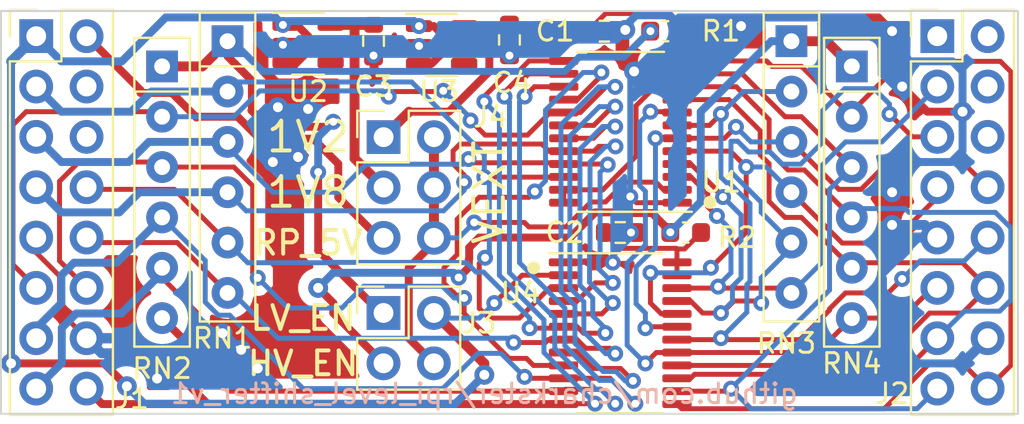
<source format=kicad_pcb>
(kicad_pcb (version 20211014) (generator pcbnew)
  (layers (0 "F.Cu" signal) (31 "B.Cu" signal) (34 "B.Paste" user) (35 "F.Paste" user) (36 "B.SilkS" user "B.Silkscreen") (37 "F.SilkS" user "F.Silkscreen") (38 "B.Mask" user) (39 "F.Mask" user) (44 "Edge.Cuts" user))
  (net 0 "")
  (net 1 "/VREFB")
  (net 2 "GND")
  (net 3 "/VREFB_2")
  (net 4 "+1V8")
  (net 5 "+1V2")
  (net 6 "+3V3")
  (net 7 "/LV_EN")
  (net 8 "/HV_EN")
  (net 9 "/VREFA")
  (net 10 "/RPI_1_LVL")
  (net 11 "/RPI_2_LVL")
  (net 12 "/RPI_3_LVL")
  (net 13 "/RPI_4_LVL")
  (net 14 "/RPI_5_LVL")
  (net 15 "/RPI_6_LVL")
  (net 16 "/RPI_7_LVL")
  (net 17 "/RPI_8_LVL")
  (net 18 "/RPI_9_LVL")
  (net 19 "/RPI_10_LVL")
  (net 20 "/RPI_1")
  (net 21 "/RPI_2")
  (net 22 "/RPI_3")
  (net 23 "/RPI_4")
  (net 24 "/RPI_5")
  (net 25 "/RPI_6")
  (net 26 "/RPI_7")
  (net 27 "/RPI_8")
  (net 28 "/RPI_9")
  (net 29 "/RPI_10")
  (net 32 "/RPI_+5V")
  (footprint "Connector_PinHeader_2.54mm:PinHeader_2x08_P2.54mm_Vertical" (layer "F.Cu") (at 99.568 53.848)
    (fp_text reference "J1")
    (fp_text value "Conn_02x08_Odd_Even" hide)
  )
  (footprint "Resistor_SMD:R_0603_1608Metric" (layer "F.Cu") (at 116.586 54.102 -90)
    (fp_text reference "C3")
    (fp_text value "10uF" hide)
  )
  (footprint "Resistor_THT:R_Array_SIP6" (layer "F.Cu") (at 137.668 54.102 -90)
    (fp_text reference "RN3")
    (fp_text value "R_Network05" hide)
  )
  (footprint "Connector_PinHeader_2.54mm:PinHeader_2x02_P2.54mm_Vertical" (layer "F.Cu") (at 117.089 67.813)
    (fp_text reference "J3")
    (fp_text value "Conn_02x02_Odd_Even" hide)
  )
  (footprint "Capacitor_SMD:C_0603_1608Metric" (layer "F.Cu") (at 132.334 63.754)
    (fp_text reference "R2")
    (fp_text value "200k" hide)
  )
  (footprint "Package_TO_SOT_SMD:SOT-23-5" (layer "F.Cu") (at 120.0205 54.29)
    (fp_text reference "U3")
    (fp_text value "AP2112K-1.2" hide)
  )
  (footprint "Resistor_SMD:R_0603_1608Metric" (layer "F.Cu") (at 128.233 53.594)
    (fp_text reference "C1")
    (fp_text value "100pF" hide)
  )
  (footprint "Package_TO_SOT_SMD:SOT-23-5" (layer "F.Cu") (at 113.284 54.231)
    (fp_text reference "U2")
    (fp_text value "AP2112K-1.8" hide)
  )
  (footprint "Resistor_THT:R_Array_SIP6" (layer "F.Cu") (at 109.22 54.102 -90)
    (fp_text reference "RN1")
    (fp_text value "R_Network05" hide)
  )
  (footprint "Resistor_SMD:R_0603_1608Metric" (layer "F.Cu") (at 129.032 63.754)
    (fp_text reference "C2")
    (fp_text value "100pF" hide)
  )
  (footprint "Capacitor_SMD:C_0603_1608Metric" (layer "F.Cu") (at 131.318 53.594)
    (fp_text reference "R1")
    (fp_text value "200k" hide)
  )
  (footprint "Package_SO:TSSOP-24_4.4x7.8mm_P0.65mm" (layer "F.Cu") (at 129.045 58.674 180)
    (fp_text reference "U1")
    (fp_text value "NVT2010PW" hide)
  )
  (footprint "Connector_PinHeader_2.54mm:PinHeader_2x03_P2.54mm_Vertical" (layer "F.Cu") (at 117.094 58.943)
    (fp_text reference "J4")
    (fp_text value "Conn_02x03_Odd_Even" hide)
  )
  (footprint "Resistor_THT:R_Array_SIP6" (layer "F.Cu") (at 140.716 55.372 -90)
    (fp_text reference "RN4")
    (fp_text value "R_Network05" hide)
  )
  (footprint "Package_SO:TSSOP-24_4.4x7.8mm_P0.65mm" (layer "F.Cu") (at 129.032 68.834)
    (fp_text reference "U4")
    (fp_text value "NVT2010PW" hide)
  )
  (footprint "Connector_PinHeader_2.54mm:PinHeader_2x08_P2.54mm_Vertical" (layer "F.Cu") (at 145.029 53.848)
    (fp_text reference "J2")
    (fp_text value "Conn_02x08_Odd_Even" hide)
  )
  (footprint "Resistor_SMD:R_0603_1608Metric" (layer "F.Cu") (at 123.444 54.039 -90)
    (fp_text reference "C4")
    (fp_text value "10uF" hide)
  )
  (footprint "Resistor_THT:R_Array_SIP6" (layer "F.Cu") (at 105.918 55.372 -90)
    (fp_text reference "RN2")
    (fp_text value "R_Network05" hide)
  )
  (gr_circle (center 124.664 65.532) (end 124.918 65.532) (layer "F.SilkS") (width 0.15) (fill solid))
  (gr_circle (center 133.567 62.23) (end 133.821 62.23) (layer "F.SilkS") (width 0.15) (fill solid))
  (gr_line (start 97.79 52.578) (end 149.098 52.578) (layer "Edge.Cuts") (width 0.1))
  (gr_line (start 97.79 72.898) (end 97.79 52.578) (layer "Edge.Cuts") (width 0.1))
  (gr_line (start 149.098 72.898) (end 97.79 72.898) (layer "Edge.Cuts") (width 0.1))
  (gr_line (start 149.098 52.578) (end 149.098 72.898) (layer "Edge.Cuts") (width 0.1))
  (gr_text "github.com/charkster/rpi_level_shifter_v1" (at 122.174 71.882) (layer "B.SilkS") (effects (font (size 1 1)) (justify mirror)))
  (gr_text "VEXT" (at 122.428 61.722 90) (layer "F.SilkS") (effects (font (size 1.5 1.5) (thickness 0.2))))
  (gr_text "1V8" (at 113.284 61.722) (layer "F.SilkS") (effects (font (size 1.5 1.5) (thickness 0.2))))
  (gr_text "HV_EN" (at 113.03 70.358) (layer "F.SilkS") (effects (font (size 1.2 1.2) (thickness 0.2))))
  (gr_text "LV_EN" (at 113.03 68.072) (layer "F.SilkS") (effects (font (size 1.2 1.2) (thickness 0.2))))
  (gr_text "RP_5V" (at 113.284 64.277) (layer "F.SilkS") (effects (font (size 1.2 1.2) (thickness 0.2))))
  (gr_text "1V2" (at 113.284 58.928) (layer "F.SilkS") (effects (font (size 1.5 1.5) (thickness 0.2))))
  (segment (start 128.156212 61.599) (end 129.50681 60.248402) (width 0.25) (layer "F.Cu") (net 1))
  (segment (start 130.556 56.633386) (end 130.556 55.112639) (width 0.25) (layer "F.Cu") (net 1))
  (segment (start 126.1825 61.599) (end 128.156212 61.599) (width 0.25) (layer "F.Cu") (net 1))
  (segment (start 127.408 53.594) (end 128.29898 52.70302) (width 0.25) (layer "F.Cu") (net 1))
  (segment (start 129.831489 59.906511) (end 129.831489 57.357897) (width 0.25) (layer "F.Cu") (net 1))
  (segment (start 129.50681 60.23119) (end 129.831489 59.906511) (width 0.25) (layer "F.Cu") (net 1))
  (segment (start 126.1825 61.599) (end 126.1825 62.249) (width 0.25) (layer "F.Cu") (net 1))
  (segment (start 131.20202 52.70302) (end 132.093 53.594) (width 0.25) (layer "F.Cu") (net 1))
  (segment (start 129.831489 57.357897) (end 130.556 56.633386) (width 0.25) (layer "F.Cu") (net 1))
  (segment (start 129.50681 60.248402) (end 129.50681 60.23119) (width 0.25) (layer "F.Cu") (net 1))
  (segment (start 130.556 55.112639) (end 132.074639 53.594) (width 0.25) (layer "F.Cu") (net 1))
  (segment (start 132.074639 53.594) (end 132.093 53.594) (width 0.25) (layer "F.Cu") (net 1))
  (segment (start 128.29898 52.70302) (end 131.20202 52.70302) (width 0.25) (layer "F.Cu") (net 1))
  (segment (start 146.304 57.658) (end 144.526 57.658) (width 0.4) (layer "F.Cu") (net 2))
  (segment (start 135.128 53.303022) (end 135.528533 52.902489) (width 0.4) (layer "F.Cu") (net 2))
  (segment (start 111.76 66.548) (end 109.474 68.834) (width 0.5) (layer "F.Cu") (net 2))
  (segment (start 99.568 64.77) (end 100.742511 65.944511) (width 0.25) (layer "F.Cu") (net 2))
  (segment (start 109.474 68.834) (end 108.966 68.834) (width 0.5) (layer "F.Cu") (net 2))
  (segment (start 135.128 53.34) (end 135.128 53.303022) (width 0.4) (layer "F.Cu") (net 2))
  (segment (start 111.377 54.231) (end 111.03448 54.57352) (width 0.5) (layer "F.Cu") (net 2))
  (segment (start 129.54 61.9385) (end 129.8505 62.249) (width 0.25) (layer "F.Cu") (net 2))
  (segment (start 129.286 55.1805) (end 129.286 53.822) (width 0.4) (layer "F.Cu") (net 2))
  (segment (start 144.526 57.658) (end 143.256 56.388) (width 0.4) (layer "F.Cu") (net 2))
  (segment (start 135.528533 52.902489) (end 142.056489 52.902489) (width 0.4) (layer "F.Cu") (net 2))
  (segment (start 142.056489 52.902489) (end 142.748 53.594) (width 0.4) (layer "F.Cu") (net 2))
  (segment (start 111.76 56.304849) (end 111.76 57.432978) (width 0.5) (layer "F.Cu") (net 2))
  (segment (start 111.03448 54.57352) (end 111.03448 55.579329) (width 0.5) (layer "F.Cu") (net 2))
  (segment (start 129.8505 62.249) (end 131.9075 62.249) (width 0.25) (layer "F.Cu") (net 2))
  (segment (start 112.025 54.231) (end 111.377 54.231) (width 0.25) (layer "F.Cu") (net 2))
  (segment (start 128.657935 65.273686) (end 128.643249 65.259) (width 0.25) (layer "F.Cu") (net 2))
  (segment (start 112.025 54.231) (end 112.025 54.2705) (width 0.25) (layer "F.Cu") (net 2))
  (segment (start 111.03448 55.579329) (end 111.76 56.304849) (width 0.5) (layer "F.Cu") (net 2))
  (segment (start 111.506 60.198) (end 111.76 60.452) (width 0.5) (layer "F.Cu") (net 2))
  (segment (start 129.286 53.822) (end 129.058 53.594) (width 0.25) (layer "F.Cu") (net 2))
  (segment (start 142.748 61.722) (end 142.748 63.371011) (width 0.5) (layer "F.Cu") (net 2))
  (segment (start 100.742511 67.722511) (end 102.108 69.088) (width 0.25) (layer "F.Cu") (net 2))
  (segment (start 112.025 54.2705) (end 112.014 54.2815) (width 0.25) (layer "F.Cu") (net 2))
  (segment (start 100.742511 65.944511) (end 100.742511 67.722511) (width 0.25) (layer "F.Cu") (net 2))
  (segment (start 128.643249 65.259) (end 126.1695 65.259) (width 0.25) (layer "F.Cu") (net 2))
  (segment (start 99.568 64.008) (end 99.568 64.77) (width 0.25) (layer "F.Cu") (net 2))
  (segment (start 129.7315 55.626) (end 129.286 55.1805) (width 0.4) (layer "F.Cu") (net 2))
  (segment (start 111.76 60.452) (end 111.76 66.548) (width 0.5) (layer "F.Cu") (net 2))
  (via (at 129.54 61.9385) (size 0.8) (drill 0.4) (layers "F.Cu" "B.Cu") (net 2))
  (via (at 128.657935 65.273686) (size 0.8) (drill 0.4) (layers "F.Cu" "B.Cu") (net 2))
  (via (at 142.748 53.594) (size 1) (drill 0.5) (layers "F.Cu" "B.Cu") (net 2))
  (via (at 110.744 70.612) (size 1) (drill 0.5) (layers "F.Cu" "B.Cu") (net 2))
  (via (at 142.748 63.371011) (size 1) (drill 0.5) (layers "F.Cu" "B.Cu") (net 2))
  (via (at 129.5775 63.754) (size 0.8) (drill 0.4) (layers "F.Cu" "B.Cu") (net 2))
  (via (at 105.664 71.12) (size 1) (drill 0.5) (layers "F.Cu" "B.Cu") (net 2))
  (via (at 146.304 57.658) (size 1) (drill 0.5) (layers "F.Cu" "B.Cu") (net 2))
  (via (at 129.7315 55.626) (size 1) (drill 0.5) (layers "F.Cu" "B.Cu") (net 2))
  (via (at 135.128 53.34) (size 1) (drill 0.5) (layers "F.Cu" "B.Cu") (net 2))
  (via (at 112.776 59.944) (size 1) (drill 0.5) (layers "F.Cu" "B.Cu") (net 2))
  (via (at 108.966 68.834) (size 1) (drill 0.5) (layers "F.Cu" "B.Cu") (net 2))
  (via (at 112.014 54.2815) (size 0.8) (drill 0.4) (layers "F.Cu" "B.Cu") (net 2))
  (via (at 109.90699 69.67101) (size 1) (drill 0.5) (layers "F.Cu" "B.Cu") (net 2))
  (via (at 116.586 54.8265) (size 0.8) (drill 0.4) (layers "F.Cu" "B.Cu") (net 2))
  (via (at 123.444 54.825476) (size 0.8) (drill 0.4) (layers "F.Cu" "B.Cu") (net 2))
  (via (at 118.883 54.339503) (size 0.8) (drill 0.4) (layers "F.Cu" "B.Cu") (net 2))
  (via (at 113.284 57.5205) (size 1) (drill 0.5) (layers "F.Cu" "B.Cu") (net 2))
  (via (at 111.76 57.432978) (size 1) (drill 0.5) (layers "F.Cu" "B.Cu") (net 2))
  (via (at 143.256 56.388) (size 1) (drill 0.5) (layers "F.Cu" "B.Cu") (net 2))
  (via (at 129.286 53.5315) (size 1) (drill 0.5) (layers "F.Cu" "B.Cu") (net 2))
  (via (at 111.506 60.198) (size 1) (drill 0.5) (layers "F.Cu" "B.Cu") (net 2))
  (via (at 142.748 61.722) (size 1) (drill 0.5) (layers "F.Cu" "B.Cu") (net 2))
  (segment (start 129.286 53.5315) (end 129.0945 53.34) (width 0.5) (layer "B.Cu") (net 2))
  (segment (start 143.51 55.118) (end 145.796 55.118) (width 0.4) (layer "B.Cu") (net 2))
  (segment (start 142.24 65.786) (end 144.018 64.008) (width 0.5) (layer "B.Cu") (net 2))
  (segment (start 144.392011 63.371011) (end 145.029 64.008) (width 0.5) (layer "B.Cu") (net 2))
  (segment (start 142.24 66.089375) (end 142.24 65.786) (width 0.25) (layer "B.Cu") (net 2))
  (segment (start 116.8025 54.61) (end 118.612503 54.61) (width 0.4) (layer "B.Cu") (net 2))
  (segment (start 146.304 57.658) (end 146.304 55.626) (width 0.4) (layer "B.Cu") (net 2))
  (segment (start 144.018 64.008) (end 145.029 64.008) (width 0.5) (layer "B.Cu") (net 2))
  (segment (start 146.299 70.358) (end 144.018 70.358) (width 0.4) (layer "B.Cu") (net 2))
  (segment (start 123.444 54.61) (end 123.444 54.825476) (width 0.25) (layer "B.Cu") (net 2))
  (segment (start 116.586 54.8265) (end 116.041 54.2815) (width 0.4) (layer "B.Cu") (net 2))
  (segment (start 142.24 68.58) (end 142.24 66.089375) (width 0.5) (layer "B.Cu") (net 2))
  (segment (start 146.304 59.629005) (end 145.735005 60.198) (width 0.4) (layer "B.Cu") (net 2))
  (segment (start 142.748 61.468) (end 142.748 61.722) (width 0.5) (layer "B.Cu") (net 2))
  (segment (start 111.506 60.198) (end 111.76 59.944) (width 0.5) (layer "B.Cu") (net 2))
  (segment (start 129.54 63.7165) (end 129.5775 63.754) (width 0.25) (layer "B.Cu") (net 2))
  (segment (start 128.657935 62.820565) (end 129.54 61.9385) (width 0.25) (layer "B.Cu") (net 2))
  (segment (start 144.018 60.198) (end 142.748 61.468) (width 0.5) (layer "B.Cu") (net 2))
  (segment (start 111.76 59.944) (end 111.76 57.432978) (width 0.5) (layer "B.Cu") (net 2))
  (segment (start 129.7315 55.626) (end 129.54 55.8175) (width 0.3) (layer "B.Cu") (net 2))
  (segment (start 129.54 61.468) (end 129.54 61.9385) (width 0.25) (layer "B.Cu") (net 2))
  (segment (start 108.966 68.834) (end 107.954299 69.845701) (width 0.5) (layer "B.Cu") (net 2))
  (segment (start 124.714 53.34) (end 123.444 54.61) (width 0.5) (layer "B.Cu") (net 2))
  (segment (start 107.954299 69.845701) (end 102.865701 69.845701) (width 0.5) (layer "B.Cu") (net 2))
  (segment (start 116.041 54.2815) (end 112.014 54.2815) (width 0.4) (layer "B.Cu") (net 2))
  (segment (start 146.394489 70.262511) (end 146.299 70.358) (width 0.25) (layer "B.Cu") (net 2))
  (segment (start 146.304 55.626) (end 145.891489 55.213489) (width 0.4) (layer "B.Cu") (net 2))
  (segment (start 116.586 54.8265) (end 116.8025 54.61) (width 0.4) (layer "B.Cu") (net 2))
  (segment (start 129.286 53.34) (end 129.831511 52.794489) (width 0.4) (layer "B.Cu") (net 2))
  (segment (start 123.444 54.825476) (end 122.958027 54.339503) (width 0.4) (layer "B.Cu") (net 2))
  (segment (start 131.826 53.086) (end 132.009511 52.902489) (width 0.4) (layer "B.Cu") (net 2))
  (segment (start 102.865701 69.845701) (end 102.108 69.088) (width 0.5) (layer "B.Cu") (net 2))
  (segment (start 129.54 55.8175) (end 129.54 61.468) (width 0.3) (layer "B.Cu") (net 2))
  (segment (start 129.831511 52.794489) (end 131.534489 52.794489) (width 0.4) (layer "B.Cu") (net 2))
  (segment (start 128.657935 65.273686) (end 128.657935 62.820565) (width 0.25) (layer "B.Cu") (net 2))
  (segment (start 131.534489 52.794489) (end 131.826 53.086) (width 0.4) (layer "B.Cu") (net 2))
  (segment (start 145.735005 60.198) (end 144.018 60.198) (width 0.4) (layer "B.Cu") (net 2))
  (segment (start 146.304 57.658) (end 146.304 59.629005) (width 0.4) (layer "B.Cu") (net 2))
  (segment (start 142.494 68.834) (end 142.24 68.58) (width 0.5) (layer "B.Cu") (net 2))
  (segment (start 122.958027 54.339503) (end 118.883 54.339503) (width 0.4) (layer "B.Cu") (net 2))
  (segment (start 129.54 61.9385) (end 129.54 63.7165) (width 0.25) (layer "B.Cu") (net 2))
  (segment (start 129.0945 53.34) (end 124.714 53.34) (width 0.5) (layer "B.Cu") (net 2))
  (segment (start 132.009511 52.902489) (end 141.294489 52.902489) (width 0.4) (layer "B.Cu") (net 2))
  (segment (start 141.294489 52.902489) (end 143.51 55.118) (width 0.4) (layer "B.Cu") (net 2))
  (segment (start 144.018 70.358) (end 142.494 68.834) (width 0.5) (layer "B.Cu") (net 2))
  (segment (start 142.748 63.371011) (end 144.392011 63.371011) (width 0.5) (layer "B.Cu") (net 2))
  (segment (start 129.286 53.5315) (end 129.286 53.34) (width 0.4) (layer "B.Cu") (net 2))
  (segment (start 145.796 55.118) (end 145.891489 55.213489) (width 0.25) (layer "B.Cu") (net 2))
  (segment (start 118.612503 54.61) (end 118.883 54.339503) (width 0.4) (layer "B.Cu") (net 2))
  (segment (start 147.569 69.088) (end 146.394489 70.262511) (width 0.5) (layer "B.Cu") (net 2))
  (segment (start 131.8945 65.259) (end 131.8945 65.909) (width 0.25) (layer "F.Cu") (net 3))
  (segment (start 132.2785 64.5845) (end 133.109 63.754) (width 0.25) (layer "F.Cu") (net 3))
  (segment (start 131.8945 64.5845) (end 131.86352 64.55352) (width 0.25) (layer "F.Cu") (net 3))
  (segment (start 131.86352 64.55352) (end 129.00652 64.55352) (width 0.25) (layer "F.Cu") (net 3))
  (segment (start 131.8945 64.5845) (end 132.2785 64.5845) (width 0.25) (layer "F.Cu") (net 3))
  (segment (start 131.8945 65.259) (end 131.8945 64.5845) (width 0.25) (layer "F.Cu") (net 3))
  (segment (start 129.00652 64.55352) (end 128.207 63.754) (width 0.25) (layer "F.Cu") (net 3))
  (segment (start 116.582 53.281) (end 116.586 53.277) (width 0.25) (layer "F.Cu") (net 4))
  (segment (start 115.629 53.281) (end 115.629 60.018) (width 0.5) (layer "F.Cu") (net 4))
  (segment (start 115.629 60.018) (end 117.094 61.483) (width 0.5) (layer "F.Cu") (net 4))
  (segment (start 115.629 53.281) (end 116.582 53.281) (width 0.5) (layer "F.Cu") (net 4))
  (segment (start 114.3 53.281) (end 115.629 53.281) (width 0.5) (layer "F.Cu") (net 4))
  (segment (start 120.396 57.658) (end 118.379 57.658) (width 0.4) (layer "F.Cu") (net 5))
  (segment (start 122.428 53.34) (end 123.318 53.34) (width 0.4) (layer "F.Cu") (net 5))
  (segment (start 122.428 55.626) (end 120.396 57.658) (width 0.4) (layer "F.Cu") (net 5))
  (segment (start 123.318 53.34) (end 123.444 53.214) (width 0.25) (layer "F.Cu") (net 5))
  (segment (start 122.428 53.34) (end 122.428 55.626) (width 0.4) (layer "F.Cu") (net 5))
  (segment (start 121.158 53.34) (end 122.428 53.34) (width 0.4) (layer "F.Cu") (net 5))
  (segment (start 118.379 57.658) (end 117.094 58.943) (width 0.5) (layer "F.Cu") (net 5))
  (segment (start 112.713 55.181) (end 112.408572 55.181) (width 0.4) (layer "F.Cu") (net 6))
  (segment (start 119.512 55.24) (end 118.883 55.24) (width 0.25) (layer "F.Cu") (net 6))
  (segment (start 120.142 54.61) (end 119.512 55.24) (width 0.4) (layer "F.Cu") (net 6))
  (segment (start 122.174 70.9345) (end 122.174 70.358) (width 0.5) (layer "F.Cu") (net 6))
  (segment (start 118.883 53.34) (end 119.630319 53.34) (width 0.4) (layer "F.Cu") (net 6))
  (segment (start 119.630319 53.34) (end 120.142 53.851681) (width 0.4) (layer "F.Cu") (net 6))
  (segment (start 102.9885 70.358) (end 98.298 70.358) (width 0.4) (layer "F.Cu") (net 6))
  (segment (start 122.677701 67.314299) (end 124.083 65.909) (width 0.25) (layer "F.Cu") (net 6))
  (segment (start 112.717 53.281) (end 113.284 53.848) (width 0.4) (layer "F.Cu") (net 6))
  (segment (start 124.083 65.909) (end 126.1695 65.909) (width 0.25) (layer "F.Cu") (net 6))
  (segment (start 113.284 54.61) (end 112.713 55.181) (width 0.4) (layer "F.Cu") (net 6))
  (segment (start 104.14 71.5095) (end 102.9885 70.358) (width 0.4) (layer "F.Cu") (net 6))
  (segment (start 113.284 53.848) (end 113.284 54.61) (width 0.4) (layer "F.Cu") (net 6))
  (segment (start 122.174 70.358) (end 119.629 67.813) (width 0.5) (layer "F.Cu") (net 6))
  (segment (start 120.142 53.851681) (end 120.142 54.61) (width 0.4) (layer "F.Cu") (net 6))
  (segment (start 112.014 53.281) (end 112.717 53.281) (width 0.4) (layer "F.Cu") (net 6))
  (segment (start 112.408572 55.181) (end 112.025 55.181) (width 0.25) (layer "F.Cu") (net 6))
  (via (at 112.014 53.281) (size 0.8) (drill 0.4) (layers "F.Cu" "B.Cu") (net 6))
  (via (at 122.174 70.9345) (size 1) (drill 0.5) (layers "F.Cu" "B.Cu") (net 6))
  (via (at 122.677701 67.314299) (size 0.8) (drill 0.4) (layers "F.Cu" "B.Cu") (net 6))
  (via (at 118.883 53.34) (size 0.8) (drill 0.4) (layers "F.Cu" "B.Cu") (net 6))
  (via (at 98.298 70.358) (size 1) (drill 0.5) (layers "F.Cu" "B.Cu") (net 6))
  (via (at 104.14 71.5095) (size 1) (drill 0.5) (layers "F.Cu" "B.Cu") (net 6))
  (segment (start 105.0205 72.39) (end 104.14 71.5095) (width 0.4) (layer "B.Cu") (net 6))
  (segment (start 121.92 68.072) (end 119.888 68.072) (width 0.25) (layer "B.Cu") (net 6))
  (segment (start 122.174 70.9345) (end 120.7185 72.39) (width 0.4) (layer "B.Cu") (net 6))
  (segment (start 103.886 55.118) (end 100.838 55.118) (width 0.4) (layer "B.Cu") (net 6))
  (segment (start 122.677701 67.314299) (end 121.92 68.072) (width 0.25) (layer "B.Cu") (net 6))
  (segment (start 119.888 68.072) (end 119.629 67.813) (width 0.25) (layer "B.Cu") (net 6))
  (segment (start 112.025 53.281) (end 112.22 53.086) (width 0.25) (layer "B.Cu") (net 6))
  (segment (start 98.298 70.358) (end 98.298 55.118) (width 0.4) (layer "B.Cu") (net 6))
  (segment (start 106.101511 52.902489) (end 103.886 55.118) (width 0.4) (layer "B.Cu") (net 6))
  (segment (start 112.014 53.281) (end 111.635489 52.902489) (width 0.4) (layer "B.Cu") (net 6))
  (segment (start 120.7185 72.39) (end 105.0205 72.39) (width 0.4) (layer "B.Cu") (net 6))
  (segment (start 118.883 53.34) (end 118.629 53.086) (width 0.4) (layer "B.Cu") (net 6))
  (segment (start 111.635489 52.902489) (end 106.101511 52.902489) (width 0.4) (layer "B.Cu") (net 6))
  (segment (start 98.298 55.118) (end 99.568 53.848) (width 0.5) (layer "B.Cu") (net 6))
  (segment (start 112.014 53.281) (end 112.025 53.281) (width 0.25) (layer "B.Cu") (net 6))
  (segment (start 118.629 53.086) (end 112.22 53.086) (width 0.4) (layer "B.Cu") (net 6))
  (segment (start 100.838 55.118) (end 99.568 53.848) (width 0.4) (layer "B.Cu") (net 6))
  (segment (start 111.252 58.42) (end 110.42348 57.59148) (width 0.4) (layer "F.Cu") (net 7))
  (segment (start 114.554 58.166) (end 114.3 58.42) (width 0.4) (layer "F.Cu") (net 7))
  (segment (start 109.22 54.102) (end 109.22 54.864) (width 0.25) (layer "F.Cu") (net 7))
  (segment (start 110.42348 56.06748) (end 110.42348 57.59148) (width 0.35) (layer "F.Cu") (net 7))
  (segment (start 113.792 60.706) (end 113.792 64.65532) (width 0.4) (layer "F.Cu") (net 7))
  (segment (start 114.3 58.42) (end 111.252 58.42) (width 0.4) (layer "F.Cu") (net 7))
  (segment (start 107.95 55.372) (end 109.22 54.102) (width 0.5) (layer "F.Cu") (net 7))
  (segment (start 109.22 54.864) (end 110.42348 56.06748) (width 0.4) (layer "F.Cu") (net 7))
  (segment (start 113.792 64.65532) (end 116.322 67.18532) (width 0.4) (layer "F.Cu") (net 7))
  (segment (start 105.918 55.372) (end 107.95 55.372) (width 0.5) (layer "F.Cu") (net 7))
  (via (at 114.554 58.166) (size 0.8) (drill 0.4) (layers "F.Cu" "B.Cu") (net 7))
  (via (at 130.556 53.594) (size 0.8) (drill 0.4) (layers "F.Cu" "B.Cu") (net 7))
  (via (at 113.792 60.706) (size 0.8) (drill 0.4) (layers "F.Cu" "B.Cu") (net 7))
  (segment (start 120.05636 55.626) (end 110.998 55.626) (width 0.35) (layer "B.Cu") (net 7))
  (segment (start 120.057384 55.624976) (end 120.05636 55.626) (width 0.25) (layer "B.Cu") (net 7))
  (segment (start 129.215268 54.905486) (end 130.526754 53.594) (width 0.35) (layer "B.Cu") (net 7))
  (segment (start 110.998 55.626) (end 109.474 54.102) (width 0.35) (layer "B.Cu") (net 7))
  (segment (start 130.526754 53.594) (end 130.556 53.594) (width 0.35) (layer "B.Cu") (net 7))
  (segment (start 126.239024 55.624976) (end 126.958514 54.905486) (width 0.35) (layer "B.Cu") (net 7))
  (segment (start 109.474 54.102) (end 109.22 54.102) (width 0.35) (layer "B.Cu") (net 7))
  (segment (start 114.554 58.166) (end 113.792 58.928) (width 0.4) (layer "B.Cu") (net 7))
  (segment (start 126.958514 54.905486) (end 129.215268 54.905486) (width 0.35) (layer "B.Cu") (net 7))
  (segment (start 113.792 58.928) (end 113.792 60.706) (width 0.4) (layer "B.Cu") (net 7))
  (segment (start 120.057384 55.624976) (end 126.239024 55.624976) (width 0.35) (layer "B.Cu") (net 7))
  (segment (start 139.446 54.102) (end 140.716 55.372) (width 0.5) (layer "F.Cu") (net 8))
  (segment (start 131.559 63.754) (end 131.559 63.741) (width 0.25) (layer "F.Cu") (net 8))
  (segment (start 113.792 66.548) (end 114.554 67.31) (width 0.4) (layer "F.Cu") (net 8))
  (segment (start 130.64152 62.77352) (end 130.79748 62.92948) (width 0.4) (layer "F.Cu") (net 8))
  (segment (start 114.554 67.818) (end 117.089 70.353) (width 0.4) (layer "F.Cu") (net 8))
  (segment (start 129.633237 62.77352) (end 130.64152 62.77352) (width 0.4) (layer "F.Cu") (net 8))
  (segment (start 120.88095 66.02555) (end 121.395839 65.510661) (width 0.4) (layer "F.Cu") (net 8))
  (segment (start 126.503145 64.008) (end 127.773145 62.738) (width 0.4) (layer "F.Cu") (net 8))
  (segment (start 121.395839 65.510661) (end 121.395839 65.10178) (width 0.4) (layer "F.Cu") (net 8))
  (segment (start 121.92 64.008) (end 126.503145 64.008) (width 0.4) (layer "F.Cu") (net 8))
  (segment (start 121.395839 65.10178) (end 121.412 65.085619) (width 0.4) (layer "F.Cu") (net 8))
  (segment (start 131.559 63.70348) (end 131.559 63.741) (width 0.4) (layer "F.Cu") (net 8))
  (segment (start 114.554 67.31) (end 114.554 67.818) (width 0.4) (layer "F.Cu") (net 8))
  (segment (start 130.81 62.95448) (end 131.559 63.70348) (width 0.4) (layer "F.Cu") (net 8))
  (segment (start 127.773145 62.738) (end 129.597716 62.738) (width 0.4) (layer "F.Cu") (net 8))
  (segment (start 121.412 64.516) (end 121.92 64.008) (width 0.4) (layer "F.Cu") (net 8))
  (segment (start 129.597716 62.738) (end 129.633237 62.77352) (width 0.4) (layer "F.Cu") (net 8))
  (segment (start 121.412 65.085619) (end 121.412 64.516) (width 0.4) (layer "F.Cu") (net 8))
  (segment (start 137.668 54.102) (end 139.446 54.102) (width 0.5) (layer "F.Cu") (net 8))
  (via (at 113.792 66.548) (size 1) (drill 0.5) (layers "F.Cu" "B.Cu") (net 8))
  (via (at 120.88095 66.02555) (size 0.8) (drill 0.4) (layers "F.Cu" "B.Cu") (net 8))
  (via (at 131.559 63.741) (size 0.8) (drill 0.4) (layers "F.Cu" "B.Cu") (net 8))
  (segment (start 133.35 57.404) (end 136.652 54.102) (width 0.4) (layer "B.Cu") (net 8))
  (segment (start 120.6414 65.786) (end 120.871952 66.016552) (width 0.3) (layer "B.Cu") (net 8))
  (segment (start 120.871952 66.016552) (end 120.88095 66.02555) (width 0.25) (layer "B.Cu") (net 8))
  (segment (start 114.554 65.786) (end 120.6414 65.786) (width 0.4) (layer "B.Cu") (net 8))
  (segment (start 133.096 62.204) (end 133.096 57.658) (width 0.4) (layer "B.Cu") (net 8))
  (segment (start 131.559 63.741) (end 133.096 62.204) (width 0.4) (layer "B.Cu") (net 8))
  (segment (start 133.096 57.658) (end 133.35 57.404) (width 0.4) (layer "B.Cu") (net 8))
  (segment (start 136.652 54.102) (end 137.668 54.102) (width 0.4) (layer "B.Cu") (net 8))
  (segment (start 113.792 66.548) (end 114.53748 65.80252) (width 0.4) (layer "B.Cu") (net 8))
  (segment (start 129.239886 61.214) (end 130.834639 61.214) (width 0.25) (layer "F.Cu") (net 9))
  (segment (start 128.815489 61.684511) (end 128.815489 61.638397) (width 0.25) (layer "F.Cu") (net 9))
  (segment (start 119.634 61.483) (end 119.634 64.023) (width 0.5) (layer "F.Cu") (net 9))
  (segment (start 126.297526 63.471835) (end 127.555882 62.21348) (width 0.25) (layer "F.Cu") (net 9))
  (segment (start 124.423221 63.471835) (end 126.297526 63.471835) (width 0.25) (layer "F.Cu") (net 9))
  (segment (start 128.815489 61.638397) (end 129.239886 61.214) (width 0.25) (layer "F.Cu") (net 9))
  (segment (start 118.364 65.532) (end 118.364 69.088) (width 0.4) (layer "F.Cu") (net 9))
  (segment (start 119.634 64.023) (end 119.634 64.262) (width 0.25) (layer "F.Cu") (net 9))
  (segment (start 130.834639 61.214) (end 131.219639 61.599) (width 0.25) (layer "F.Cu") (net 9))
  (segment (start 131.219639 61.599) (end 131.9075 61.599) (width 0.25) (layer "F.Cu") (net 9))
  (segment (start 121.666 63.246) (end 124.197386 63.246) (width 0.25) (layer "F.Cu") (net 9))
  (segment (start 119.634 58.943) (end 119.634 61.483) (width 0.5) (layer "F.Cu") (net 9))
  (segment (start 119.634 64.262) (end 118.364 65.532) (width 0.4) (layer "F.Cu") (net 9))
  (segment (start 124.197386 63.246) (end 124.423221 63.471835) (width 0.25) (layer "F.Cu") (net 9))
  (segment (start 127.555882 62.21348) (end 128.28652 62.21348) (width 0.25) (layer "F.Cu") (net 9))
  (segment (start 118.364 69.088) (end 119.629 70.353) (width 0.4) (layer "F.Cu") (net 9))
  (segment (start 128.28652 62.21348) (end 128.815489 61.684511) (width 0.25) (layer "F.Cu") (net 9))
  (via (at 121.666 63.246) (size 0.8) (drill 0.4) (layers "F.Cu" "B.Cu") (net 9))
  (segment (start 121.666 63.246) (end 120.889 64.023) (width 0.25) (layer "B.Cu") (net 9))
  (segment (start 120.889 64.023) (end 119.634 64.023) (width 0.25) (layer "B.Cu") (net 9))
  (segment (start 132.595361 60.949) (end 131.9075 60.949) (width 0.25) (layer "F.Cu") (net 10))
  (segment (start 133.847 66.559) (end 133.895989 66.559) (width 0.25) (layer "F.Cu") (net 10))
  (segment (start 133.445713 61.799352) (end 132.595361 60.949) (width 0.25) (layer "F.Cu") (net 10))
  (segment (start 133.445713 62.449735) (end 133.445713 61.799352) (width 0.25) (layer "F.Cu") (net 10))
  (segment (start 137.425 66.559) (end 137.668 66.802) (width 0.25) (layer "F.Cu") (net 10))
  (segment (start 131.8945 66.559) (end 133.847 66.559) (width 0.25) (layer "F.Cu") (net 10))
  (segment (start 133.912043 62.916065) (end 133.445713 62.449735) (width 0.25) (layer "F.Cu") (net 10))
  (segment (start 133.895989 66.559) (end 133.970489 66.4845) (width 0.25) (layer "F.Cu") (net 10))
  (segment (start 133.847 66.559) (end 137.425 66.559) (width 0.25) (layer "F.Cu") (net 10))
  (via (at 133.912043 62.916065) (size 0.8) (drill 0.4) (layers "F.Cu" "B.Cu") (net 10))
  (via (at 133.970489 66.4845) (size 0.8) (drill 0.4) (layers "F.Cu" "B.Cu") (net 10))
  (segment (start 140.3957 59.182) (end 142.235 59.182) (width 0.25) (layer "B.Cu") (net 10))
  (segment (start 137.668 66.802) (end 139.141969 65.328031) (width 0.25) (layer "B.Cu") (net 10))
  (segment (start 139.141969 60.435731) (end 140.3957 59.182) (width 0.25) (layer "B.Cu") (net 10))
  (segment (start 133.912043 62.916065) (end 134.62 63.624022) (width 0.25) (layer "B.Cu") (net 10))
  (segment (start 139.141969 65.328031) (end 139.141969 60.435731) (width 0.25) (layer "B.Cu") (net 10))
  (segment (start 134.62 65.786) (end 133.970489 66.435511) (width 0.25) (layer "B.Cu") (net 10))
  (segment (start 142.235 59.182) (end 145.029 56.388) (width 0.25) (layer "B.Cu") (net 10))
  (segment (start 134.62 63.624022) (end 134.62 65.786) (width 0.25) (layer "B.Cu") (net 10))
  (segment (start 133.970489 66.435511) (end 133.970489 66.4845) (width 0.25) (layer "B.Cu") (net 10))
  (segment (start 133.895233 61.598872) (end 132.595361 60.299) (width 0.25) (layer "F.Cu") (net 11))
  (segment (start 132.582361 67.209) (end 131.8945 67.209) (width 0.25) (layer "F.Cu") (net 11))
  (segment (start 134.164 67.818) (end 133.191361 67.818) (width 0.25) (layer "F.Cu") (net 11))
  (segment (start 136.144 67.31) (end 136.043 67.209) (width 0.25) (layer "F.Cu") (net 11))
  (segment (start 136.043 67.209) (end 134.773 67.209) (width 0.25) (layer "F.Cu") (net 11))
  (segment (start 133.895233 61.639113) (end 133.895233 61.598872) (width 0.25) (layer "F.Cu") (net 11))
  (segment (start 134.112 67.818) (end 134.721 67.209) (width 0.25) (layer "F.Cu") (net 11))
  (segment (start 133.191361 67.818) (end 132.582361 67.209) (width 0.25) (layer "F.Cu") (net 11))
  (segment (start 134.721 67.209) (end 134.773 67.209) (width 0.25) (layer "F.Cu") (net 11))
  (segment (start 142.614201 57.778201) (end 143.764 58.928) (width 0.25) (layer "F.Cu") (net 11))
  (segment (start 132.595361 60.299) (end 131.9075 60.299) (width 0.25) (layer "F.Cu") (net 11))
  (segment (start 134.221937 61.965817) (end 133.895233 61.639113) (width 0.25) (layer "F.Cu") (net 11))
  (segment (start 134.773 67.209) (end 134.164 67.818) (width 0.25) (layer "F.Cu") (net 11))
  (segment (start 143.764 58.928) (end 145.029 58.928) (width 0.25) (layer "F.Cu") (net 11))
  (via (at 142.614201 57.778201) (size 0.8) (drill 0.4) (layers "F.Cu" "B.Cu") (net 11))
  (via (at 134.221937 61.965817) (size 0.8) (drill 0.4) (layers "F.Cu" "B.Cu") (net 11))
  (via (at 134.112 67.818) (size 0.8) (drill 0.4) (layers "F.Cu" "B.Cu") (net 11))
  (via (at 136.144 67.31) (size 0.8) (drill 0.4) (layers "F.Cu" "B.Cu") (net 11))
  (segment (start 141.840511 56.496511) (end 140.353489 56.496511) (width 0.25) (layer "B.Cu") (net 11))
  (segment (start 134.695 66.473) (end 135.128 66.04) (width 0.25) (layer "B.Cu") (net 11))
  (segment (start 136.144 67.31) (end 136.144 66.04) (width 0.25) (layer "B.Cu") (net 11))
  (segment (start 135.499683 59.69) (end 134.958974 59.149291) (width 0.25) (layer "B.Cu") (net 11))
  (segment (start 134.112 67.818) (end 134.695 67.235) (width 0.25) (layer "B.Cu") (net 11))
  (segment (start 136.144 66.04) (end 137.668 64.516) (width 0.25) (layer "B.Cu") (net 11))
  (segment (start 134.62 59.149291) (end 134.62 60.703548) (width 0.25) (layer "B.Cu") (net 11))
  (segment (start 142.614201 57.270201) (end 141.840511 56.496511) (width 0.25) (layer "B.Cu") (net 11))
  (segment (start 134.958974 59.149291) (end 134.62 59.149291) (width 0.25) (layer "B.Cu") (net 11))
  (segment (start 136.144 62.738) (end 137.668 64.262) (width 0.25) (layer "B.Cu") (net 11))
  (segment (start 134.695 67.235) (end 134.695 66.473) (width 0.25) (layer "B.Cu") (net 11))
  (segment (start 142.614201 57.778201) (end 142.614201 57.270201) (width 0.25) (layer "B.Cu") (net 11))
  (segment (start 139.192 59.2483) (end 138.133789 60.306511) (width 0.25) (layer "B.Cu") (net 11))
  (segment (start 136.5857 59.69) (end 135.499683 59.69) (width 0.25) (layer "B.Cu") (net 11))
  (segment (start 137.668 64.516) (end 137.668 64.262) (width 0.25) (layer "B.Cu") (net 11))
  (segment (start 134.62 60.703548) (end 136.144 62.227548) (width 0.25) (layer "B.Cu") (net 11))
  (segment (start 139.192 57.658) (end 139.192 59.2483) (width 0.25) (layer "B.Cu") (net 11))
  (segment (start 135.128 62.87188) (end 134.221937 61.965817) (width 0.25) (layer "B.Cu") (net 11))
  (segment (start 138.133789 60.306511) (end 137.202211 60.306511) (width 0.25) (layer "B.Cu") (net 11))
  (segment (start 135.128 66.04) (end 135.128 62.87188) (width 0.25) (layer "B.Cu") (net 11))
  (segment (start 137.202211 60.306511) (end 136.5857 59.69) (width 0.25) (layer "B.Cu") (net 11))
  (segment (start 136.144 62.227548) (end 136.144 62.738) (width 0.25) (layer "B.Cu") (net 11))
  (segment (start 140.353489 56.496511) (end 139.192 57.658) (width 0.25) (layer "B.Cu") (net 11))
  (segment (start 137.668 61.722) (end 140.233011 64.287011) (width 0.25) (layer "F.Cu") (net 12))
  (segment (start 134.59005 59.649) (end 135.387525 60.446475) (width 0.25) (layer "F.Cu") (net 12))
  (segment (start 131.9075 59.649) (end 134.59005 59.649) (width 0.25) (layer "F.Cu") (net 12))
  (segment (start 145.029 61.981) (end 145.029 61.468) (width 0.25) (layer "F.Cu") (net 12))
  (segment (start 140.233011 64.287011) (end 143.089525 64.287011) (width 0.25) (layer "F.Cu") (net 12))
  (segment (start 143.854489 63.522047) (end 143.854489 63.155511) (width 0.25) (layer "F.Cu") (net 12))
  (segment (start 135.387525 60.446475) (end 135.387525 63.748475) (width 0.25) (layer "F.Cu") (net 12))
  (segment (start 130.556 65.786) (end 130.556 67.31) (width 0.25) (layer "F.Cu") (net 12))
  (segment (start 143.089525 64.287011) (end 143.854489 63.522047) (width 0.25) (layer "F.Cu") (net 12))
  (segment (start 143.854489 63.155511) (end 145.029 61.981) (width 0.25) (layer "F.Cu") (net 12))
  (segment (start 131.105 67.859) (end 131.8945 67.859) (width 0.25) (layer "F.Cu") (net 12))
  (segment (start 135.387525 63.748475) (end 133.604 65.532) (width 0.25) (layer "F.Cu") (net 12))
  (segment (start 130.556 67.31) (end 131.105 67.859) (width 0.25) (layer "F.Cu") (net 12))
  (via (at 130.556 65.786) (size 0.8) (drill 0.4) (layers "F.Cu" "B.Cu") (net 12))
  (via (at 133.604 65.532) (size 0.8) (drill 0.4) (layers "F.Cu" "B.Cu") (net 12))
  (via (at 135.387525 60.446475) (size 0.8) (drill 0.4) (layers "F.Cu" "B.Cu") (net 12))
  (segment (start 136.392475 60.446475) (end 137.668 61.722) (width 0.25) (layer "B.Cu") (net 12))
  (segment (start 133.604 65.532) (end 133.35 65.786) (width 0.25) (layer "B.Cu") (net 12))
  (segment (start 133.35 65.786) (end 130.556 65.786) (width 0.25) (layer "B.Cu") (net 12))
  (segment (start 135.387525 60.446475) (end 136.392475 60.446475) (width 0.25) (layer "B.Cu") (net 12))
  (segment (start 142.5603 60.198) (end 146.299 60.198) (width 0.25) (layer "F.Cu") (net 13))
  (segment (start 130.373 68.509) (end 131.8945 68.509) (width 0.25) (layer "F.Cu") (net 13))
  (segment (start 146.299 60.198) (end 147.569 61.468) (width 0.25) (layer "F.Cu") (net 13))
  (segment (start 134.870181 58.42478) (end 134.295961 58.999) (width 0.25) (layer "F.Cu") (net 13))
  (segment (start 137.668 59.182) (end 140.062511 61.576511) (width 0.25) (layer "F.Cu") (net 13))
  (segment (start 134.295961 58.999) (end 131.9075 58.999) (width 0.25) (layer "F.Cu") (net 13))
  (segment (start 140.062511 61.576511) (end 141.181789 61.576511) (width 0.25) (layer "F.Cu") (net 13))
  (segment (start 130.302 68.58) (end 130.373 68.509) (width 0.25) (layer "F.Cu") (net 13))
  (segment (start 130.81 58.999) (end 131.9075 58.999) (width 0.25) (layer "F.Cu") (net 13))
  (segment (start 141.181789 61.576511) (end 142.5603 60.198) (width 0.25) (layer "F.Cu") (net 13))
  (via (at 134.870181 58.42478) (size 0.8) (drill 0.4) (layers "F.Cu" "B.Cu") (net 13))
  (via (at 130.302 68.58) (size 0.8) (drill 0.4) (layers "F.Cu" "B.Cu") (net 13))
  (via (at 130.81 58.999) (size 0.8) (drill 0.4) (layers "F.Cu" "B.Cu") (net 13))
  (segment (start 129.831489 67.347489) (end 129.831489 65.485897) (width 0.25) (layer "B.Cu") (net 13))
  (segment (start 135.627401 59.182) (end 137.668 59.182) (width 0.25) (layer "B.Cu") (net 13))
  (segment (start 129.831489 65.485897) (end 130.81 64.507386) (width 0.25) (layer "B.Cu") (net 13))
  (segment (start 134.870181 58.42478) (end 135.627401 59.182) (width 0.25) (layer "B.Cu") (net 13))
  (segment (start 130.302 67.818) (end 129.831489 67.347489) (width 0.25) (layer "B.Cu") (net 13))
  (segment (start 130.302 68.58) (end 130.302 67.818) (width 0.25) (layer "B.Cu") (net 13))
  (segment (start 130.81 64.507386) (end 130.81 58.999) (width 0.25) (layer "B.Cu") (net 13))
  (segment (start 134.112 57.7735) (end 133.5365 58.349) (width 0.25) (layer "F.Cu") (net 14))
  (segment (start 140.3957 66.802) (end 139.591489 67.606211) (width 0.25) (layer "F.Cu") (net 14))
  (segment (start 139.591489 67.606211) (end 139.591489 67.672511) (width 0.25) (layer "F.Cu") (net 14))
  (segment (start 139.591489 67.672511) (end 138.105 69.159) (width 0.25) (layer "F.Cu") (net 14))
  (segment (start 143.256 66.097989) (end 142.551989 66.802) (width 0.25) (layer "F.Cu") (net 14))
  (segment (start 138.105 69.159) (end 131.8945 69.159) (width 0.25) (layer "F.Cu") (net 14))
  (segment (start 142.551989 66.802) (end 140.3957 66.802) (width 0.25) (layer "F.Cu") (net 14))
  (segment (start 133.5365 58.349) (end 131.9075 58.349) (width 0.25) (layer "F.Cu") (net 14))
  (via (at 134.112 57.7735) (size 0.8) (drill 0.4) (layers "F.Cu" "B.Cu") (net 14))
  (via (at 134.112 69.0845) (size 0.8) (drill 0.4) (layers "F.Cu" "B.Cu") (net 14))
  (via (at 143.256 66.097989) (size 0.8) (drill 0.4) (layers "F.Cu" "B.Cu") (net 14))
  (segment (start 135.57752 62.296786) (end 134.52204 61.241306) (width 0.25) (layer "B.Cu") (net 14))
  (segment (start 135.57752 66.226198) (end 135.57752 62.296786) (width 0.25) (layer "B.Cu") (net 14))
  (segment (start 144.171478 65.182511) (end 146.394489 65.182511) (width 0.25) (layer "B.Cu") (net 14))
  (segment (start 135.2435 56.642) (end 137.668 56.642) (width 0.25) (layer "B.Cu") (net 14))
  (segment (start 134.52204 61.241306) (end 134.393306 61.241306) (width 0.25) (layer "B.Cu") (net 14))
  (segment (start 134.112 60.96) (end 134.112 57.7735) (width 0.25) (layer "B.Cu") (net 14))
  (segment (start 134.112 69.0845) (end 135.419489 67.777011) (width 0.25) (layer "B.Cu") (net 14))
  (segment (start 146.394489 65.182511) (end 147.569 64.008) (width 0.25) (layer "B.Cu") (net 14))
  (segment (start 143.256 66.097989) (end 144.171478 65.182511) (width 0.25) (layer "B.Cu") (net 14))
  (segment (start 134.393306 61.241306) (end 134.112 60.96) (width 0.25) (layer "B.Cu") (net 14))
  (segment (start 135.419489 66.384229) (end 135.57752 66.226198) (width 0.25) (layer "B.Cu") (net 14))
  (segment (start 135.419489 67.777011) (end 135.419489 66.384229) (width 0.25) (layer "B.Cu") (net 14))
  (segment (start 134.112 57.7735) (end 135.2435 56.642) (width 0.25) (layer "B.Cu") (net 14))
  (segment (start 144.78 66.548) (end 145.029 66.548) (width 0.25) (layer "F.Cu") (net 15))
  (segment (start 131.8945 69.809) (end 138.979 69.809) (width 0.25) (layer "F.Cu") (net 15))
  (segment (start 131.219639 57.699) (end 131.9075 57.699) (width 0.25) (layer "F.Cu") (net 15))
  (segment (start 131.178639 57.658) (end 131.219639 57.699) (width 0.25) (layer "F.Cu") (net 15))
  (segment (start 130.851 69.809) (end 130.302 70.358) (width 0.25) (layer "F.Cu") (net 15))
  (segment (start 138.979 69.809) (end 140.716 68.072) (width 0.25) (layer "F.Cu") (net 15))
  (segment (start 140.716 68.072) (end 143.256 68.072) (width 0.25) (layer "F.Cu") (net 15))
  (segment (start 143.256 68.072) (end 144.78 66.548) (width 0.25) (layer "F.Cu") (net 15))
  (segment (start 130.556 57.658) (end 131.178639 57.658) (width 0.25) (layer "F.Cu") (net 15))
  (segment (start 131.8945 69.809) (end 130.851 69.809) (width 0.25) (layer "F.Cu") (net 15))
  (via (at 130.556 57.658) (size 0.8) (drill 0.4) (layers "F.Cu" "B.Cu") (net 15))
  (via (at 130.302 70.358) (size 0.8) (drill 0.4) (layers "F.Cu" "B.Cu") (net 15))
  (segment (start 130.302011 64.379658) (end 129.381969 65.2997) (width 0.25) (layer "B.Cu") (net 15))
  (segment (start 130.556 57.658) (end 130.01452 58.19948) (width 0.25) (layer "B.Cu") (net 15))
  (segment (start 130.01452 58.19948) (end 130.01452 61.388406) (width 0.25) (layer "B.Cu") (net 15))
  (segment (start 130.302011 61.675897) (end 130.302011 64.379658) (width 0.25) (layer "B.Cu") (net 15))
  (segment (start 129.381969 69.437969) (end 130.302 70.358) (width 0.25) (layer "B.Cu") (net 15))
  (segment (start 129.381969 65.2997) (end 129.381969 69.437969) (width 0.25) (layer "B.Cu") (net 15))
  (segment (start 130.01452 61.388406) (end 130.302011 61.675897) (width 0.25) (layer "B.Cu") (net 15))
  (segment (start 141.99699 70.459) (end 144.63799 67.818) (width 0.25) (layer "F.Cu") (net 16))
  (segment (start 134.519 57.049) (end 136.093969 58.623969) (width 0.25) (layer "F.Cu") (net 16))
  (segment (start 140.97 65.278) (end 146.299 65.278) (width 0.25) (layer "F.Cu") (net 16))
  (segment (start 136.543489 62.187789) (end 137.3477 62.992) (width 0.25) (layer "F.Cu") (net 16))
  (segment (start 144.63799 67.818) (end 146.299 67.818) (width 0.25) (layer "F.Cu") (net 16))
  (segment (start 140.716 65.532) (end 140.97 65.278) (width 0.25) (layer "F.Cu") (net 16))
  (segment (start 137.3477 62.992) (end 138.176 62.992) (width 0.25) (layer "F.Cu") (net 16))
  (segment (start 146.299 67.818) (end 147.569 66.548) (width 0.25) (layer "F.Cu") (net 16))
  (segment (start 131.9075 57.049) (end 134.519 57.049) (width 0.25) (layer "F.Cu") (net 16))
  (segment (start 138.176 62.992) (end 140.716 65.532) (width 0.25) (layer "F.Cu") (net 16))
  (segment (start 131.8945 70.459) (end 141.99699 70.459) (width 0.25) (layer "F.Cu") (net 16))
  (segment (start 136.093969 58.623969) (end 136.093969 59.833987) (width 0.25) (layer "F.Cu") (net 16))
  (segment (start 136.093969 59.833987) (end 136.543489 60.283507) (width 0.25) (layer "F.Cu") (net 16))
  (segment (start 136.543489 60.283507) (end 136.543489 62.187789) (width 0.25) (layer "F.Cu") (net 16))
  (segment (start 146.299 65.278) (end 147.569 66.548) (width 0.25) (layer "F.Cu") (net 16))
  (segment (start 132.782841 70.90852) (end 143.20848 70.90852) (width 0.25) (layer "F.Cu") (net 17))
  (segment (start 131.8945 71.109) (end 132.582361 71.109) (width 0.25) (layer "F.Cu") (net 17))
  (segment (start 131.9075 56.399) (end 134.885 56.399) (width 0.25) (layer "F.Cu") (net 17))
  (segment (start 138.321489 60.597489) (end 140.716 62.992) (width 0.25) (layer "F.Cu") (net 17))
  (segment (start 132.582361 71.109) (end 132.782841 70.90852) (width 0.25) (layer "F.Cu") (net 17))
  (segment (start 136.543489 58.057489) (end 136.543489 59.647789) (width 0.25) (layer "F.Cu") (net 17))
  (segment (start 143.20848 70.90852) (end 145.029 69.088) (width 0.25) (layer "F.Cu") (net 17))
  (segment (start 137.493189 60.597489) (end 138.321489 60.597489) (width 0.25) (layer "F.Cu") (net 17))
  (segment (start 136.543489 59.647789) (end 137.493189 60.597489) (width 0.25) (layer "F.Cu") (net 17))
  (segment (start 134.885 56.399) (end 136.543489 58.057489) (width 0.25) (layer "F.Cu") (net 17))
  (segment (start 147.96001 62.738) (end 143.603768 62.738) (width 0.25) (layer "B.Cu") (net 17))
  (segment (start 148.743511 63.521501) (end 147.96001 62.738) (width 0.25) (layer "B.Cu") (net 17))
  (segment (start 145.029 69.088) (end 146.394489 67.722511) (width 0.25) (layer "B.Cu") (net 17))
  (segment (start 143.603768 62.738) (end 143.412279 62.546511) (width 0.25) (layer "B.Cu") (net 17))
  (segment (start 141.161489 62.546511) (end 140.716 62.992) (width 0.25) (layer "B.Cu") (net 17))
  (segment (start 148.177489 67.722511) (end 148.743511 67.156489) (width 0.25) (layer "B.Cu") (net 17))
  (segment (start 143.412279 62.546511) (end 141.161489 62.546511) (width 0.25) (layer "B.Cu") (net 17))
  (segment (start 148.743511 67.156489) (end 148.743511 63.521501) (width 0.25) (layer "B.Cu") (net 17))
  (segment (start 146.394489 67.722511) (end 148.177489 67.722511) (width 0.25) (layer "B.Cu") (net 17))
  (segment (start 135.1847 55.749) (end 137.3477 57.912) (width 0.25) (layer "F.Cu") (net 18))
  (segment (start 138.176 57.912) (end 140.716 60.452) (width 0.25) (layer "F.Cu") (net 18))
  (segment (start 134.62 71.63302) (end 134.49402 71.759) (width 0.25) (layer "F.Cu") (net 18))
  (segment (start 137.3477 57.912) (end 138.176 57.912) (width 0.25) (layer "F.Cu") (net 18))
  (segment (start 134.49402 71.759) (end 131.8945 71.759) (width 0.25) (layer "F.Cu") (net 18))
  (segment (start 131.9075 55.749) (end 135.1847 55.749) (width 0.25) (layer "F.Cu") (net 18))
  (via (at 134.62 71.63302) (size 0.8) (drill 0.4) (layers "F.Cu" "B.Cu") (net 18))
  (segment (start 139.591489 66.661531) (end 139.591489 61.576511) (width 0.25) (layer "B.Cu") (net 18))
  (segment (start 144.013 72.644) (end 145.029 71.628) (width 0.25) (layer "B.Cu") (net 18))
  (segment (start 134.62 71.63302) (end 139.591489 66.661531) (width 0.25) (layer "B.Cu") (net 18))
  (segment (start 134.62 71.63302) (end 135.63098 72.644) (width 0.25) (layer "B.Cu") (net 18))
  (segment (start 139.591489 61.576511) (end 140.716 60.452) (width 0.25) (layer "B.Cu") (net 18))
  (segment (start 135.63098 72.644) (end 144.013 72.644) (width 0.25) (layer "B.Cu") (net 18))
  (segment (start 140.716 57.912) (end 140.716 57.658) (width 0.25) (layer "F.Cu") (net 19))
  (segment (start 148.743511 70.453489) (end 147.569 71.628) (width 0.25) (layer "F.Cu") (net 19))
  (segment (start 148.743511 55.650531) (end 148.743511 70.453489) (width 0.25) (layer "F.Cu") (net 19))
  (segment (start 136.688978 55.372) (end 138.176 55.372) (width 0.25) (layer "F.Cu") (net 19))
  (segment (start 148.21098 55.118) (end 148.743511 55.650531) (width 0.25) (layer "F.Cu") (net 19))
  (segment (start 143.256 55.118) (end 148.21098 55.118) (width 0.25) (layer "F.Cu") (net 19))
  (segment (start 142.35199 72.644) (end 144.63799 70.358) (width 0.25) (layer "F.Cu") (net 19))
  (segment (start 140.716 57.658) (end 143.256 55.118) (width 0.25) (layer "F.Cu") (net 19))
  (segment (start 132.1295 72.644) (end 142.35199 72.644) (width 0.25) (layer "F.Cu") (net 19))
  (segment (start 131.8945 72.409) (end 132.1295 72.644) (width 0.25) (layer "F.Cu") (net 19))
  (segment (start 131.9075 55.099) (end 136.415978 55.099) (width 0.25) (layer "F.Cu") (net 19))
  (segment (start 138.176 55.372) (end 140.716 57.912) (width 0.25) (layer "F.Cu") (net 19))
  (segment (start 146.299 70.358) (end 147.569 71.628) (width 0.25) (layer "F.Cu") (net 19))
  (segment (start 136.415978 55.099) (end 136.688978 55.372) (width 0.25) (layer "F.Cu") (net 19))
  (segment (start 144.63799 70.358) (end 146.299 70.358) (width 0.25) (layer "F.Cu") (net 19))
  (segment (start 121.920359 67.581571) (end 122.410788 68.072) (width 0.25) (layer "F.Cu") (net 20))
  (segment (start 122.174 60.96) (end 126.1715 60.96) (width 0.25) (layer "F.Cu") (net 20))
  (segment (start 125.456386 66.559) (end 126.1695 66.559) (width 0.25) (layer "F.Cu") (net 20))
  (segment (start 126.1715 60.96) (end 126.1825 60.949) (width 0.25) (layer "F.Cu") (net 20))
  (segment (start 122.2115 65.027902) (end 121.920359 65.319043) (width 0.25) (layer "F.Cu") (net 20))
  (segment (start 122.410788 68.072) (end 123.943386 68.072) (width 0.25) (layer "F.Cu") (net 20))
  (segment (start 121.920359 65.319043) (end 121.920359 67.581571) (width 0.25) (layer "F.Cu") (net 20))
  (segment (start 123.943386 68.072) (end 125.456386 66.559) (width 0.25) (layer "F.Cu") (net 20))
  (via (at 122.2115 65.027902) (size 0.8) (drill 0.4) (layers "F.Cu" "B.Cu") (net 20))
  (via (at 122.174 60.96) (size 0.8) (drill 0.4) (layers "F.Cu" "B.Cu") (net 20))
  (segment (start 122.428 64.811402) (end 122.428 61.214) (width 0.25) (layer "B.Cu") (net 20))
  (segment (start 122.174 60.96) (end 122.174 59.82199) (width 0.25) (layer "B.Cu") (net 20))
  (segment (start 122.2115 65.027902) (end 122.428 64.811402) (width 0.25) (layer "B.Cu") (net 20))
  (segment (start 105.37685 56.642) (end 109.22 56.642) (width 0.4) (layer "B.Cu") (net 20))
  (segment (start 122.428 61.214) (end 122.174 60.96) (width 0.25) (layer "B.Cu") (net 20))
  (segment (start 104.36085 57.658) (end 105.37685 56.642) (width 0.4) (layer "B.Cu") (net 20))
  (segment (start 99.568 56.388) (end 100.838 57.658) (width 0.4) (layer "B.Cu") (net 20))
  (segment (start 118.510968 56.158958) (end 109.703042 56.158958) (width 0.25) (layer "B.Cu") (net 20))
  (segment (start 109.703042 56.158958) (end 109.22 56.642) (width 0.25) (layer "B.Cu") (net 20))
  (segment (start 100.838 57.658) (end 104.36085 57.658) (width 0.4) (layer "B.Cu") (net 20))
  (segment (start 122.174 59.82199) (end 118.510968 56.158958) (width 0.25) (layer "B.Cu") (net 20))
  (segment (start 128.657469 66.294) (end 127.772361 66.294) (width 0.25) (layer "F.Cu") (net 21))
  (segment (start 128.401307 60.329307) (end 128.371 60.299) (width 0.25) (layer "F.Cu") (net 21))
  (segment (start 128.371 60.299) (end 126.1825 60.299) (width 0.25) (layer "F.Cu") (net 21))
  (segment (start 126.118989 60.235489) (end 126.1825 60.299) (width 0.25) (layer "F.Cu") (net 21))
  (segment (start 127.772361 66.294) (end 126.857361 67.209) (width 0.25) (layer "F.Cu") (net 21))
  (segment (start 121.562901 60.235489) (end 126.118989 60.235489) (width 0.25) (layer "F.Cu") (net 21))
  (segment (start 121.376853 60.049441) (end 121.562901 60.235489) (width 0.25) (layer "F.Cu") (net 21))
  (segment (start 126.857361 67.209) (end 126.1695 67.209) (width 0.25) (layer "F.Cu") (net 21))
  (via (at 121.376853 60.049441) (size 0.8) (drill 0.4) (layers "F.Cu" "B.Cu") (net 21))
  (via (at 128.657469 66.294) (size 0.8) (drill 0.4) (layers "F.Cu" "B.Cu") (net 21))
  (via (at 128.401307 60.329307) (size 0.8) (drill 0.4) (layers "F.Cu" "B.Cu") (net 21))
  (segment (start 104.23385 60.198) (end 105.24985 59.182) (width 0.4) (layer "B.Cu") (net 21))
  (segment (start 128.016 60.714614) (end 128.401307 60.329307) (width 0.25) (layer "B.Cu") (net 21))
  (segment (start 121.117805 60.308489) (end 116.221511 60.308489) (width 0.25) (layer "B.Cu") (net 21))
  (segment (start 99.568 58.928) (end 100.838 60.198) (width 0.4) (layer "B.Cu") (net 21))
  (segment (start 100.838 60.198) (end 104.23385 60.198) (width 0.4) (layer "B.Cu") (net 21))
  (segment (start 105.24985 59.182) (end 109.22 59.182) (width 0.4) (layer "B.Cu") (net 21))
  (segment (start 128.657469 66.294) (end 128.653635 66.294) (width 0.25) (layer "B.Cu") (net 21))
  (segment (start 127.933424 65.573789) (end 127.933424 64.973583) (width 0.25) (layer "B.Cu") (net 21))
  (segment (start 127.933424 64.973583) (end 128.016 64.891007) (width 0.25) (layer "B.Cu") (net 21))
  (segment (start 128.653635 66.294) (end 127.933424 65.573789) (width 0.25) (layer "B.Cu") (net 21))
  (segment (start 116.221511 60.308489) (end 114.808 61.722) (width 0.25) (layer "B.Cu") (net 21))
  (segment (start 111.506 61.722) (end 109.22 59.436) (width 0.25) (layer "B.Cu") (net 21))
  (segment (start 128.016 64.891007) (end 128.016 60.714614) (width 0.25) (layer "B.Cu") (net 21))
  (segment (start 109.22 59.436) (end 109.22 59.182) (width 0.25) (layer "B.Cu") (net 21))
  (segment (start 114.808 61.722) (end 111.506 61.722) (width 0.25) (layer "B.Cu") (net 21))
  (segment (start 121.376853 60.049441) (end 121.117805 60.308489) (width 0.25) (layer "B.Cu") (net 21))
  (segment (start 120.599005 59.639005) (end 120.948227 59.289783) (width 0.25) (layer "F.Cu") (net 22))
  (segment (start 127.713781 59.649) (end 126.1825 59.649) (width 0.25) (layer "F.Cu") (net 22))
  (segment (start 128.657469 67.31) (end 128.108469 67.859) (width 0.25) (layer "F.Cu") (net 22))
  (segment (start 125.075783 59.289783) (end 125.435 59.649) (width 0.25) (layer "F.Cu") (net 22))
  (segment (start 121.158 61.214) (end 121.158 60.855202) (width 0.25) (layer "F.Cu") (net 22))
  (segment (start 128.108469 67.859) (end 126.1695 67.859) (width 0.25) (layer "F.Cu") (net 22))
  (segment (start 128.7905 59.408693) (end 127.954088 59.408693) (width 0.25) (layer "F.Cu") (net 22))
  (segment (start 127.954088 59.408693) (end 127.713781 59.649) (width 0.25) (layer "F.Cu") (net 22))
  (segment (start 125.435 59.649) (end 126.1825 59.649) (width 0.25) (layer "F.Cu") (net 22))
  (segment (start 120.948227 59.289783) (end 125.075783 59.289783) (width 0.25) (layer "F.Cu") (net 22))
  (segment (start 121.158 60.855202) (end 120.599005 60.296207) (width 0.25) (layer "F.Cu") (net 22))
  (segment (start 120.599005 60.296207) (end 120.599005 59.639005) (width 0.25) (layer "F.Cu") (net 22))
  (via (at 128.657469 67.31) (size 0.8) (drill 0.4) (layers "F.Cu" "B.Cu") (net 22))
  (via (at 121.158 61.214) (size 0.8) (drill 0.4) (layers "F.Cu" "B.Cu") (net 22))
  (via (at 128.7905 59.408693) (size 0.8) (drill 0.4) (layers "F.Cu" "B.Cu") (net 22))
  (segment (start 128.657469 67.31) (end 128.52687 67.31) (width 0.25) (layer "B.Cu") (net 22))
  (segment (start 103.759 62.738) (end 104.775 61.722) (width 0.4) (layer "B.Cu") (net 22))
  (segment (start 121.158 61.62001) (end 120.120499 62.657511) (width 0.25) (layer "B.Cu") (net 22))
  (segment (start 127.508 60.198) (end 128.297307 59.408693) (width 0.25) (layer "B.Cu") (net 22))
  (segment (start 121.158 61.214) (end 121.158 61.62001) (width 0.25) (layer "B.Cu") (net 22))
  (segment (start 104.775 61.722) (end 109.22 61.722) (width 0.4) (layer "B.Cu") (net 22))
  (segment (start 110.155511 62.657511) (end 109.22 61.722) (width 0.25) (layer "B.Cu") (net 22))
  (segment (start 100.838 62.738) (end 103.759 62.738) (width 0.4) (layer "B.Cu") (net 22))
  (segment (start 128.297307 59.408693) (end 128.7905 59.408693) (width 0.25) (layer "B.Cu") (net 22))
  (segment (start 128.52687 67.31) (end 127.483904 66.267034) (width 0.25) (layer "B.Cu") (net 22))
  (segment (start 127.483904 66.267034) (end 127.483904 64.787386) (width 0.25) (layer "B.Cu") (net 22))
  (segment (start 127.508 64.76329) (end 127.508 60.198) (width 0.25) (layer "B.Cu") (net 22))
  (segment (start 99.568 61.468) (end 100.838 62.738) (width 0.4) (layer "B.Cu") (net 22))
  (segment (start 127.483904 64.787386) (end 127.508 64.76329) (width 0.25) (layer "B.Cu") (net 22))
  (segment (start 120.120499 62.657511) (end 110.155511 62.657511) (width 0.25) (layer "B.Cu") (net 22))
  (segment (start 126.0985 68.58) (end 126.1695 68.509) (width 0.25) (layer "F.Cu") (net 23))
  (segment (start 102.108 61.468) (end 102.216511 61.576511) (width 0.25) (layer "F.Cu") (net 23))
  (segment (start 127.182361 68.834) (end 126.857361 68.509) (width 0.25) (layer "F.Cu") (net 23))
  (segment (start 128.27 68.834) (end 127.182361 68.834) (width 0.25) (layer "F.Cu") (net 23))
  (segment (start 124.46 68.58) (end 126.0985 68.58) (width 0.25) (layer "F.Cu") (net 23))
  (segment (start 102.216511 61.576511) (end 106.534511 61.576511) (width 0.25) (layer "F.Cu") (net 23))
  (segment (start 128.777864 58.409271) (end 128.272115 58.409271) (width 0.25) (layer "F.Cu") (net 23))
  (segment (start 126.857361 68.509) (end 126.1695 68.509) (width 0.25) (layer "F.Cu") (net 23))
  (segment (start 128.279316 68.824684) (end 128.27 68.834) (width 0.25) (layer "F.Cu") (net 23))
  (segment (start 128.272115 58.409271) (end 127.682386 58.999) (width 0.25) (layer "F.Cu") (net 23))
  (segment (start 106.534511 61.576511) (end 109.22 64.262) (width 0.25) (layer "F.Cu") (net 23))
  (segment (start 127.682386 58.999) (end 126.1825 58.999) (width 0.25) (layer "F.Cu") (net 23))
  (via (at 128.279316 68.824684) (size 0.8) (drill 0.4) (layers "F.Cu" "B.Cu") (net 23))
  (via (at 124.46 68.58) (size 0.8) (drill 0.4) (layers "F.Cu" "B.Cu") (net 23))
  (via (at 128.777864 58.409271) (size 0.8) (drill 0.4) (layers "F.Cu" "B.Cu") (net 23))
  (segment (start 124.46 68.58) (end 124.46 68.072) (width 0.25) (layer "B.Cu") (net 23))
  (segment (start 127 66.418847) (end 127.645758 67.064605) (width 0.25) (layer "B.Cu") (net 23))
  (segment (start 128.279316 68.589316) (end 128.279316 68.824684) (width 0.25) (layer "B.Cu") (net 23))
  (segment (start 127 59.54864) (end 127 66.418847) (width 0.25) (layer "B.Cu") (net 23))
  (segment (start 120.858663 65.26148) (end 114.336737 65.26148) (width 0.25) (layer "B.Cu") (net 23))
  (segment (start 114.336737 65.26148) (end 114.320217 65.278) (width 0.25) (layer "B.Cu") (net 23))
  (segment (start 114.320217 65.278) (end 110.236 65.278) (width 0.25) (layer "B.Cu") (net 23))
  (segment (start 127.645758 67.064605) (end 127.645758 67.955758) (width 0.25) (layer "B.Cu") (net 23))
  (segment (start 128.777864 58.409271) (end 128.139369 58.409271) (width 0.25) (layer "B.Cu") (net 23))
  (segment (start 121.285 65.278) (end 120.875183 65.278) (width 0.25) (layer "B.Cu") (net 23))
  (segment (start 122.136511 65.748511) (end 121.755511 65.748511) (width 0.25) (layer "B.Cu") (net 23))
  (segment (start 127.645758 67.955758) (end 128.279316 68.589316) (width 0.25) (layer "B.Cu") (net 23))
  (segment (start 124.46 68.072) (end 122.136511 65.748511) (width 0.25) (layer "B.Cu") (net 23))
  (segment (start 121.755511 65.748511) (end 121.285 65.278) (width 0.25) (layer "B.Cu") (net 23))
  (segment (start 128.139369 58.409271) (end 127 59.54864) (width 0.25) (layer "B.Cu") (net 23))
  (segment (start 110.236 65.278) (end 109.22 64.262) (width 0.25) (layer "B.Cu") (net 23))
  (segment (start 120.875183 65.278) (end 120.858663 65.26148) (width 0.25) (layer "B.Cu") (net 23))
  (segment (start 123.651789 69.3045) (end 123.6518 69.304511) (width 0.25) (layer "F.Cu") (net 24))
  (segment (start 127.696668 58.349) (end 126.1825 58.349) (width 0.25) (layer "F.Cu") (net 24))
  (segment (start 125.259489 69.304511) (end 125.405 69.159) (width 0.25) (layer "F.Cu") (net 24))
  (segment (start 128.510267 69.596) (end 127.294361 69.596) (width 0.25) (layer "F.Cu") (net 24))
  (segment (start 127.294361 69.596) (end 126.857361 69.159) (width 0.25) (layer "F.Cu") (net 24))
  (segment (start 102.108 64.008) (end 102.362 64.262) (width 0.25) (layer "F.Cu") (net 24))
  (segment (start 106.68 64.262) (end 109.22 66.802) (width 0.25) (layer "F.Cu") (net 24))
  (segment (start 128.778 69.863733) (end 128.510267 69.596) (width 0.25) (layer "F.Cu") (net 24))
  (segment (start 102.362 64.262) (end 106.68 64.262) (width 0.25) (layer "F.Cu") (net 24))
  (segment (start 128.778 57.404) (end 128.641668 57.404) (width 0.25) (layer "F.Cu") (net 24))
  (segment (start 126.857361 69.159) (end 126.1695 69.159) (width 0.25) (layer "F.Cu") (net 24))
  (segment (start 128.641668 57.404) (end 127.696668 58.349) (width 0.25) (layer "F.Cu") (net 24))
  (segment (start 125.405 69.159) (end 126.1695 69.159) (width 0.25) (layer "F.Cu") (net 24))
  (segment (start 123.6518 69.304511) (end 125.259489 69.304511) (width 0.25) (layer "F.Cu") (net 24))
  (via (at 128.778 69.863733) (size 0.8) (drill 0.4) (layers "F.Cu" "B.Cu") (net 24))
  (via (at 128.778 57.404) (size 0.8) (drill 0.4) (layers "F.Cu" "B.Cu") (net 24))
  (via (at 123.651789 69.3045) (size 0.8) (drill 0.4) (layers "F.Cu" "B.Cu") (net 24))
  (segment (start 111.76 69.088) (end 109.474 66.802) (width 0.25) (layer "B.Cu") (net 24))
  (segment (start 126.492 58.889618) (end 127.977618 57.404) (width 0.25) (layer "B.Cu") (net 24))
  (segment (start 109.474 66.802) (end 109.22 66.802) (width 0.25) (layer "B.Cu") (net 24))
  (segment (start 128.293751 69.863733) (end 127.196238 68.76622) (width 0.25) (layer "B.Cu") (net 24))
  (segment (start 123.651789 69.3045) (end 123.435289 69.088) (width 0.25) (layer "B.Cu") (net 24))
  (segment (start 127.196238 68.76622) (end 127.196238 67.250803) (width 0.25) (layer "B.Cu") (net 24))
  (segment (start 126.492 66.546565) (end 126.492 58.889618) (width 0.25) (layer "B.Cu") (net 24))
  (segment (start 128.778 69.863733) (end 128.293751 69.863733) (width 0.25) (layer "B.Cu") (net 24))
  (segment (start 127.196238 67.250803) (end 126.492 66.546565) (width 0.25) (layer "B.Cu") (net 24))
  (segment (start 127.977618 57.404) (end 128.778 57.404) (width 0.25) (layer "B.Cu") (net 24))
  (segment (start 123.435289 69.088) (end 111.76 69.088) (width 0.25) (layer "B.Cu") (net 24))
  (segment (start 127.018346 57.699) (end 126.1825 57.699) (width 0.25) (layer "F.Cu") (net 25))
  (segment (start 126.857361 69.809) (end 126.1695 69.809) (width 0.25) (layer "F.Cu") (net 25))
  (segment (start 124.353376 58.840263) (end 125.494639 57.699) (width 0.25) (layer "F.Cu") (net 25))
  (segment (start 117.602 56.642) (end 117.348 56.896) (width 0.25) (layer "F.Cu") (net 25))
  (segment (start 98.393489 58.324511) (end 99.06 57.658) (width 0.25) (layer "F.Cu") (net 25))
  (segment (start 98.393489 65.373489) (end 98.393489 58.324511) (width 0.25) (layer "F.Cu") (net 25))
  (segment (start 105.664 57.658) (end 105.918 57.912) (width 0.25) (layer "F.Cu") (net 25))
  (segment (start 125.494639 57.699) (end 126.1825 57.699) (width 0.25) (layer "F.Cu") (net 25))
  (segment (start 99.06 57.658) (end 105.664 57.658) (width 0.25) (layer "F.Cu") (net 25))
  (segment (start 128.778 56.404497) (end 128.312849 56.404497) (width 0.25) (layer "F.Cu") (net 25))
  (segment (start 121.477304 58.100696) (end 122.216871 58.840263) (width 0.25) (layer "F.Cu") (net 25))
  (segment (start 128.312849 56.404497) (end 127.018346 57.699) (width 0.25) (layer "F.Cu") (net 25))
  (segment (start 122.216871 58.840263) (end 124.353376 58.840263) (width 0.25) (layer "F.Cu") (net 25))
  (segment (start 129.675606 71.238394) (end 129.049212 70.612) (width 0.25) (layer "F.Cu") (net 25))
  (segment (start 127.660361 70.612) (end 126.857361 69.809) (width 0.25) (layer "F.Cu") (net 25))
  (segment (start 120.064974 56.642) (end 117.602 56.642) (width 0.25) (layer "F.Cu") (net 25))
  (segment (start 129.049212 70.612) (end 127.660361 70.612) (width 0.25) (layer "F.Cu") (net 25))
  (segment (start 99.568 66.548) (end 98.393489 65.373489) (width 0.25) (layer "F.Cu") (net 25))
  (segment (start 120.103487 56.603487) (end 120.064974 56.642) (width 0.25) (layer "F.Cu") (net 25))
  (via (at 128.778 56.404497) (size 0.8) (drill 0.4) (layers "F.Cu" "B.Cu") (net 25))
  (via (at 121.477304 58.100696) (size 0.8) (drill 0.4) (layers "F.Cu" "B.Cu") (net 25))
  (via (at 120.103487 56.603487) (size 0.8) (drill 0.4) (layers "F.Cu" "B.Cu") (net 25))
  (via (at 117.348 56.896) (size 0.8) (drill 0.4) (layers "F.Cu" "B.Cu") (net 25))
  (via (at 129.675606 71.238394) (size 0.8) (drill 0.4) (layers "F.Cu" "B.Cu") (net 25))
  (segment (start 129.286726 71.238394) (end 129.675606 71.238394) (width 0.25) (layer "B.Cu") (net 25))
  (segment (start 110.843833 56.608467) (end 109.5403 57.912) (width 0.25) (layer "B.Cu") (net 25))
  (segment (start 128.81478 70.766449) (end 129.286726 71.238394) (width 0.25) (layer "B.Cu") (net 25))
  (segment (start 128.171885 70.766449) (end 128.81478 70.766449) (width 0.25) (layer "B.Cu") (net 25))
  (segment (start 117.348 56.896) (end 117.060467 56.608467) (width 0.25) (layer "B.Cu") (net 25))
  (segment (start 126.746718 67.437001) (end 126.746718 69.341282) (width 0.25) (layer "B.Cu") (net 25))
  (segment (start 121.477304 57.977304) (end 121.477304 58.100696) (width 0.25) (layer "B.Cu") (net 25))
  (segment (start 109.5403 57.912) (end 105.918 57.912) (width 0.25) (layer "B.Cu") (net 25))
  (segment (start 117.060467 56.608467) (end 110.843833 56.608467) (width 0.25) (layer "B.Cu") (net 25))
  (segment (start 126.746718 69.341282) (end 128.171885 70.766449) (width 0.25) (layer "B.Cu") (net 25))
  (segment (start 126.04248 66.732762) (end 126.746718 67.437001) (width 0.25) (layer "B.Cu") (net 25))
  (segment (start 127.952523 56.404497) (end 126.04248 58.31454) (width 0.25) (layer "B.Cu") (net 25))
  (segment (start 126.04248 58.31454) (end 126.04248 66.732762) (width 0.25) (layer "B.Cu") (net 25))
  (segment (start 128.778 56.404497) (end 127.952523 56.404497) (width 0.25) (layer "B.Cu") (net 25))
  (segment (start 120.103487 56.603487) (end 121.477304 57.977304) (width 0.25) (layer "B.Cu") (net 25))
  (segment (start 102.108 66.548) (end 100.742511 65.182511) (width 0.25) (layer "F.Cu") (net 26))
  (segment (start 110.49 65.786) (end 110.49 61.4017) (width 0.25) (layer "F.Cu") (net 26))
  (segment (start 120.142 66.311214) (end 120.580847 66.750061) (width 0.25) (layer "F.Cu") (net 26))
  (segment (start 123.426675 70.104) (end 124.300114 70.104) (width 0.25) (layer "F.Cu") (net 26))
  (segment (start 110.49 61.4017) (end 109.5403 60.452) (width 0.25) (layer "F.Cu") (net 26))
  (segment (start 121.158 67.056) (end 121.158 67.835325) (width 0.25) (layer "F.Cu") (net 26))
  (segment (start 124.723324 61.6845) (end 124.431824 61.976) (width 0.25) (layer "F.Cu") (net 26))
  (segment (start 101.71699 60.198) (end 105.664 60.198) (width 0.25) (layer "F.Cu") (net 26))
  (segment (start 121.158 67.835325) (end 123.426675 70.104) (width 0.25) (layer "F.Cu") (net 26))
  (segment (start 124.431824 61.976) (end 121.92 61.976) (width 0.25) (layer "F.Cu") (net 26))
  (segment (start 120.142 65.532) (end 120.142 66.311214) (width 0.25) (layer "F.Cu") (net 26))
  (segment (start 110.744 66.04) (end 110.49 65.786) (width 0.25) (layer "F.Cu") (net 26))
  (segment (start 120.808511 63.078875) (end 120.808511 64.865489) (width 0.25) (layer "F.Cu") (net 26))
  (segment (start 124.655114 70.459) (end 126.1695 70.459) (width 0.25) (layer "F.Cu") (net 26))
  (segment (start 120.580847 66.750061) (end 120.598061 66.750061) (width 0.25) (layer "F.Cu") (net 26))
  (segment (start 100.742511 65.182511) (end 100.742511 61.172479) (width 0.25) (layer "F.Cu") (net 26))
  (segment (start 120.598061 66.750061) (end 120.904 67.056) (width 0.25) (layer "F.Cu") (net 26))
  (segment (start 124.300114 70.104) (end 124.655114 70.459) (width 0.25) (layer "F.Cu") (net 26))
  (segment (start 126.870361 57.049) (end 126.1825 57.049) (width 0.25) (layer "F.Cu") (net 26))
  (segment (start 120.904 67.056) (end 121.158 67.056) (width 0.25) (layer "F.Cu") (net 26))
  (segment (start 121.374511 62.521489) (end 121.365897 62.521489) (width 0.25) (layer "F.Cu") (net 26))
  (segment (start 109.5403 60.452) (end 105.918 60.452) (width 0.25) (layer "F.Cu") (net 26))
  (segment (start 121.92 61.976) (end 121.374511 62.521489) (width 0.25) (layer "F.Cu") (net 26))
  (segment (start 128.082716 55.679997) (end 128.082716 55.836645) (width 0.25) (layer "F.Cu") (net 26))
  (segment (start 100.742511 61.172479) (end 101.71699 60.198) (width 0.25) (layer "F.Cu") (net 26))
  (segment (start 120.808511 64.865489) (end 120.142 65.532) (width 0.25) (layer "F.Cu") (net 26))
  (segment (start 105.664 60.198) (end 105.918 60.452) (width 0.25) (layer "F.Cu") (net 26))
  (segment (start 121.365897 62.521489) (end 120.808511 63.078875) (width 0.25) (layer "F.Cu") (net 26))
  (segment (start 128.082716 55.836645) (end 126.870361 57.049) (width 0.25) (layer "F.Cu") (net 26))
  (via (at 110.744 66.04) (size 0.8) (drill 0.4) (layers "F.Cu" "B.Cu") (net 26))
  (via (at 128.082716 55.679997) (size 0.8) (drill 0.4) (layers "F.Cu" "B.Cu") (net 26))
  (via (at 121.158 67.056) (size 0.8) (drill 0.4) (layers "F.Cu" "B.Cu") (net 26))
  (via (at 124.723324 61.6845) (size 0.8) (drill 0.4) (layers "F.Cu" "B.Cu") (net 26))
  (segment (start 112.268 67.564) (end 110.744 66.04) (width 0.25) (layer "B.Cu") (net 26))
  (segment (start 120.65 67.056) (end 120.060072 66.466072) (width 0.25) (layer "B.Cu") (net 26))
  (segment (start 125.263071 57.579429) (end 125.263071 61.144753) (width 0.25) (layer "B.Cu") (net 26))
  (segment (start 121.158 67.056) (end 120.65 67.056) (width 0.25) (layer "B.Cu") (net 26))
  (segment (start 125.263071 61.144753) (end 124.723324 61.6845) (width 0.25) (layer "B.Cu") (net 26))
  (segment (start 128.082716 55.679997) (end 127.162503 55.679997) (width 0.25) (layer "B.Cu") (net 26))
  (segment (start 120.060072 66.466072) (end 116.086906 66.466072) (width 0.25) (layer "B.Cu") (net 26))
  (segment (start 127.162503 55.679997) (end 125.263071 57.579429) (width 0.25) (layer "B.Cu") (net 26))
  (segment (start 116.086906 66.466072) (end 114.988978 67.564) (width 0.25) (layer "B.Cu") (net 26))
  (segment (start 114.988978 67.564) (end 112.268 67.564) (width 0.25) (layer "B.Cu") (net 26))
  (segment (start 124.2805 71.109) (end 126.1695 71.109) (width 0.25) (layer "F.Cu") (net 27))
  (segment (start 129.794 72.39) (end 129.794 72.381386) (width 0.25) (layer "F.Cu") (net 27))
  (segment (start 128.521614 71.109) (end 126.1695 71.109) (width 0.25) (layer "F.Cu") (net 27))
  (segment (start 124.703 56.399) (end 126.1825 56.399) (width 0.25) (layer "F.Cu") (net 27))
  (segment (start 129.794 72.381386) (end 128.521614 71.109) (width 0.25) (layer "F.Cu") (net 27))
  (segment (start 124.206 71.0345) (end 124.2805 71.109) (width 0.25) (layer "F.Cu") (net 27))
  (segment (start 124.210299 56.891701) (end 124.703 56.399) (width 0.25) (layer "F.Cu") (net 27))
  (via (at 124.206 71.0345) (size 0.8) (drill 0.4) (layers "F.Cu" "B.Cu") (net 27))
  (via (at 129.794 72.39) (size 0.8) (drill 0.4) (layers "F.Cu" "B.Cu") (net 27))
  (via (at 124.210299 56.891701) (size 0.8) (drill 0.4) (layers "F.Cu" "B.Cu") (net 27))
  (segment (start 123.0215 69.85) (end 121.856505 69.85) (width 0.25) (layer "B.Cu") (net 27))
  (segment (start 120.078505 71.628) (end 113.03 71.628) (width 0.25) (layer "B.Cu") (net 27))
  (segment (start 100.838 65.913) (end 101.473 65.278) (width 0.4) (layer "B.Cu") (net 27))
  (segment (start 113.03 71.628) (end 109.328511 67.926511) (width 0.25) (layer "B.Cu") (net 27))
  (segment (start 99.568 69.088) (end 99.568 68.58) (width 0.25) (layer "B.Cu") (net 27))
  (segment (start 128.628583 71.215969) (end 127.985687 71.215969) (width 0.25) (layer "B.Cu") (net 27))
  (segment (start 127.985687 71.215969) (end 126.238 69.468282) (width 0.25) (layer "B.Cu") (net 27))
  (segment (start 103.632 65.278) (end 105.918 62.992) (width 0.4) (layer "B.Cu") (net 27))
  (segment (start 123.952 57.15) (end 124.210299 56.891701) (width 0.25) (layer "B.Cu") (net 27))
  (segment (start 108.095489 65.169489) (end 105.918 62.992) (width 0.25) (layer "B.Cu") (net 27))
  (segment (start 124.206 71.0345) (end 123.0215 69.85) (width 0.25) (layer "B.Cu") (net 27))
  (segment (start 123.952 65.278) (end 123.952 57.15) (width 0.25) (layer "B.Cu") (net 27))
  (segment (start 126.238 69.468282) (end 126.238 67.564) (width 0.25) (layer "B.Cu") (net 27))
  (segment (start 108.095489 67.267789) (end 108.095489 65.169489) (width 0.25) (layer "B.Cu") (net 27))
  (segment (start 121.856505 69.85) (end 120.078505 71.628) (width 0.25) (layer "B.Cu") (net 27))
  (segment (start 101.473 65.278) (end 103.632 65.278) (width 0.4) (layer "B.Cu") (net 27))
  (segment (start 129.794 72.39) (end 129.794 72.381386) (width 0.25) (layer "B.Cu") (net 27))
  (segment (start 108.754211 67.926511) (end 108.095489 67.267789) (width 0.25) (layer "B.Cu") (net 27))
  (segment (start 129.794 72.381386) (end 128.628583 71.215969) (width 0.25) (layer "B.Cu") (net 27))
  (segment (start 126.238 67.564) (end 123.952 65.278) (width 0.25) (layer "B.Cu") (net 27))
  (segment (start 109.328511 67.926511) (end 108.754211 67.926511) (width 0.25) (layer "B.Cu") (net 27))
  (segment (start 100.838 67.31) (end 100.838 65.913) (width 0.4) (layer "B.Cu") (net 27))
  (segment (start 99.568 68.58) (end 100.838 67.31) (width 0.4) (layer "B.Cu") (net 27))
  (segment (start 123.19 56.679251) (end 123.831211 56.03804) (width 0.25) (layer "F.Cu") (net 28))
  (segment (start 124.122461 56.03804) (end 124.411501 55.749) (width 0.25) (layer "F.Cu") (net 28))
  (segment (start 107.696 67.818) (end 107.696 70.104) (width 0.25) (layer "F.Cu") (net 28))
  (segment (start 124.411501 55.749) (end 126.1825 55.749) (width 0.25) (layer "F.Cu") (net 28))
  (segment (start 128.062103 71.665489) (end 126.263011 71.665489) (width 0.25) (layer "F.Cu") (net 28))
  (segment (start 105.918 66.04) (end 107.696 67.818) (width 0.25) (layer "F.Cu") (net 28))
  (segment (start 128.778 72.39) (end 128.778 72.381386) (width 0.25) (layer "F.Cu") (net 28))
  (segment (start 126.263011 71.665489) (end 126.1695 71.759) (width 0.25) (layer "F.Cu") (net 28))
  (segment (start 107.696 70.104) (end 109.351 71.759) (width 0.25) (layer "F.Cu") (net 28))
  (segment (start 109.351 71.759) (end 126.1695 71.759) (width 0.25) (layer "F.Cu") (net 28))
  (segment (start 105.918 65.532) (end 105.918 66.04) (width 0.25) (layer "F.Cu") (net 28))
  (segment (start 123.19 56.896) (end 123.19 56.679251) (width 0.25) (layer "F.Cu") (net 28))
  (segment (start 123.831211 56.03804) (end 124.122461 56.03804) (width 0.25) (layer "F.Cu") (net 28))
  (segment (start 128.778 72.381386) (end 128.062103 71.665489) (width 0.25) (layer "F.Cu") (net 28))
  (via (at 123.19 56.896) (size 0.8) (drill 0.4) (layers "F.Cu" "B.Cu") (net 28))
  (via (at 128.778 72.39) (size 0.8) (drill 0.4) (layers "F.Cu" "B.Cu") (net 28))
  (segment (start 128.778 72.381386) (end 128.062103 71.665489) (width 0.25) (layer "B.Cu") (net 28))
  (segment (start 100.858489 68.570435) (end 101.590435 67.838489) (width 0.4) (layer "B.Cu") (net 28))
  (segment (start 128.062103 71.665489) (end 127.799489 71.665489) (width 0.25) (layer "B.Cu") (net 28))
  (segment (start 100.858489 70.337511) (end 100.858489 68.570435) (width 0.4) (layer "B.Cu") (net 28))
  (segment (start 125.73 69.596) (end 125.73 68.070564) (width 0.25) (layer "B.Cu") (net 28))
  (segment (start 125.73 68.070564) (end 123.444 65.784564) (width 0.25) (layer "B.Cu") (net 28))
  (segment (start 103.865511 67.838489) (end 105.918 65.786) (width 0.4) (layer "B.Cu") (net 28))
  (segment (start 101.590435 67.838489) (end 103.865511 67.838489) (width 0.4) (layer "B.Cu") (net 28))
  (segment (start 99.568 71.628) (end 100.858489 70.337511) (width 0.4) (layer "B.Cu") (net 28))
  (segment (start 123.444 57.15) (end 123.19 56.896) (width 0.25) (layer "B.Cu") (net 28))
  (segment (start 105.918 65.786) (end 105.918 65.532) (width 0.4) (layer "B.Cu") (net 28))
  (segment (start 123.444 65.784564) (end 123.444 57.15) (width 0.25) (layer "B.Cu") (net 28))
  (segment (start 128.778 72.39) (end 128.778 72.381386) (width 0.25) (layer "B.Cu") (net 28))
  (segment (start 127.799489 71.665489) (end 125.73 69.596) (width 0.25) (layer "B.Cu") (net 28))
  (segment (start 123.472866 55.58852) (end 123.936263 55.58852) (width 0.25) (layer "F.Cu") (net 29))
  (segment (start 102.889 72.409) (end 102.108 71.628) (width 0.4) (layer "F.Cu") (net 29))
  (segment (start 126.1885 72.39) (end 126.1695 72.409) (width 0.25) (layer "F.Cu") (net 29))
  (segment (start 106.934 69.088) (end 106.934 71.12) (width 0.4) (layer "F.Cu") (net 29))
  (segment (start 124.425783 55.099) (end 126.1825 55.099) (width 0.25) (layer "F.Cu") (net 29))
  (segment (start 122.174 57.15) (end 122.174 56.887386) (width 0.25) (layer "F.Cu") (net 29))
  (segment (start 106.934 71.12) (end 108.223 72.409) (width 0.4) (layer "F.Cu") (net 29))
  (segment (start 127.762 72.39) (end 126.1885 72.39) (width 0.25) (layer "F.Cu") (net 29))
  (segment (start 122.174 56.887386) (end 123.472866 55.58852) (width 0.25) (layer "F.Cu") (net 29))
  (segment (start 110.509 72.409) (end 126.1695 72.409) (width 0.4) (layer "F.Cu") (net 29))
  (segment (start 105.918 68.072) (end 106.934 69.088) (width 0.4) (layer "F.Cu") (net 29))
  (segment (start 108.223 72.409) (end 110.509 72.409) (width 0.25) (layer "F.Cu") (net 29))
  (segment (start 123.936263 55.58852) (end 124.425783 55.099) (width 0.25) (layer "F.Cu") (net 29))
  (segment (start 110.509 72.409) (end 102.889 72.409) (width 0.4) (layer "F.Cu") (net 29))
  (via (at 122.174 57.15) (size 0.8) (drill 0.4) (layers "F.Cu" "B.Cu") (net 29))
  (via (at 127.762 72.39) (size 0.8) (drill 0.4) (layers "F.Cu" "B.Cu") (net 29))
  (segment (start 127.762 72.39) (end 125.184511 69.812511) (width 0.25) (layer "B.Cu") (net 29))
  (segment (start 125.184511 68.160793) (end 122.936 65.912282) (width 0.25) (layer "B.Cu") (net 29))
  (segment (start 122.936 65.912282) (end 122.936 57.912) (width 0.25) (layer "B.Cu") (net 29))
  (segment (start 125.184511 69.812511) (end 125.184511 68.160793) (width 0.25) (layer "B.Cu") (net 29))
  (segment (start 122.936 57.912) (end 122.174 57.15) (width 0.25) (layer "B.Cu") (net 29))
  (segment (start 106.414855 56.712489) (end 107.653789 57.951423) (width 0.4) (layer "F.Cu") (net 32))
  (segment (start 104.831511 56.712489) (end 104.831511 56.571511) (width 0.4) (layer "F.Cu") (net 32))
  (segment (start 110.83552 59.01952) (end 113.538 59.01952) (width 0.4) (layer "F.Cu") (net 32))
  (segment (start 104.831511 56.712489) (end 106.414855 56.712489) (width 0.4) (layer "F.Cu") (net 32))
  (segment (start 107.693212 57.912) (end 109.728 57.912) (width 0.4) (layer "F.Cu") (net 32))
  (segment (start 114.808 61.976) (end 116.855 64.023) (width 0.4) (layer "F.Cu") (net 32))
  (segment (start 104.831511 56.571511) (end 102.108 53.848) (width 0.4) (layer "F.Cu") (net 32))
  (segment (start 114.808 60.28952) (end 114.808 61.976) (width 0.4) (layer "F.Cu") (net 32))
  (segment (start 113.538 59.01952) (end 114.808 60.28952) (width 0.4) (layer "F.Cu") (net 32))
  (segment (start 109.728 57.912) (end 110.83552 59.01952) (width 0.4) (layer "F.Cu") (net 32))
  (segment (start 117.094 64.023) (end 116.855 64.023) (width 0.25) (layer "F.Cu") (net 32))
  (segment (start 107.653789 57.951423) (end 107.693212 57.912) (width 0.4) (layer "F.Cu") (net 32))
  (zone (net 2) (net_name "GND") (layer "F.Cu") (connect_pads (clearance 0.508)) (min_thickness 0.254) (fill yes (thermal_gap 0.508) (thermal_bridge_width 0.508))
    (polygon (pts (xy 148.844 72.898) (xy 97.79 52.578) (xy 148.844 52.578)))
  )
  (zone (net 2) (net_name "GND") (layer "F.Cu") (connect_pads (clearance 0.508)) (min_thickness 0.254) (fill yes (thermal_gap 0.508) (thermal_bridge_width 0.508))
    (polygon (pts (xy 148.844 72.898) (xy 97.79 72.898) (xy 97.79 52.578) (xy 148.844 52.578)))
  )
  (zone (net 2) (net_name "GND") (layer "B.Cu") (connect_pads (clearance 0.508)) (min_thickness 0.254) (fill yes (thermal_gap 0.508) (thermal_bridge_width 0.508))
    (polygon (pts (xy 149.098 72.898) (xy 97.79 72.898) (xy 97.79 52.578) (xy 148.844 52.578)))
  )
)
</source>
